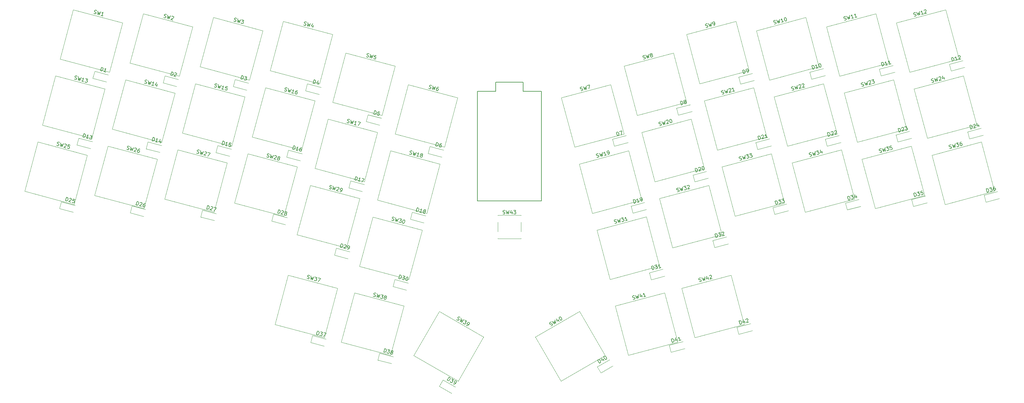
<source format=gto>
G04 #@! TF.GenerationSoftware,KiCad,Pcbnew,(5.1.12-1-10_14)*
G04 #@! TF.CreationDate,2022-10-16T17:34:36-04:00*
G04 #@! TF.ProjectId,ergo3by6plus3nonSplit,6572676f-3362-4793-9670-6c7573336e6f,rev?*
G04 #@! TF.SameCoordinates,Original*
G04 #@! TF.FileFunction,Legend,Top*
G04 #@! TF.FilePolarity,Positive*
%FSLAX46Y46*%
G04 Gerber Fmt 4.6, Leading zero omitted, Abs format (unit mm)*
G04 Created by KiCad (PCBNEW (5.1.12-1-10_14)) date 2022-10-16 17:34:36*
%MOMM*%
%LPD*%
G01*
G04 APERTURE LIST*
%ADD10C,0.120000*%
%ADD11C,0.150000*%
%ADD12R,1.550000X1.300000*%
%ADD13C,0.100000*%
%ADD14C,1.750000*%
%ADD15C,4.000000*%
%ADD16C,3.050000*%
G04 APERTURE END LIST*
D10*
X151010000Y-114170000D02*
X151010000Y-114200000D01*
X151010000Y-120630000D02*
X151010000Y-120600000D01*
X144550000Y-120630000D02*
X144550000Y-120600000D01*
X144550000Y-114200000D02*
X144550000Y-114170000D01*
X151010000Y-116100000D02*
X151010000Y-118700000D01*
X144550000Y-114170000D02*
X151010000Y-114170000D01*
X144550000Y-116100000D02*
X144550000Y-118700000D01*
X144550000Y-120630000D02*
X151010000Y-120630000D01*
X210967848Y-145296417D02*
X211485486Y-147228269D01*
X211485486Y-147228269D02*
X215252597Y-146218874D01*
X210967848Y-145296417D02*
X214734959Y-144287023D01*
X192157848Y-150316417D02*
X192675486Y-152248269D01*
X192675486Y-152248269D02*
X196442597Y-151238874D01*
X192157848Y-150316417D02*
X195924959Y-149307023D01*
X172141443Y-156298975D02*
X173141443Y-158031025D01*
X173141443Y-158031025D02*
X176518942Y-156081025D01*
X172141443Y-156298975D02*
X175518942Y-154348975D01*
X129311443Y-159958975D02*
X128311443Y-161691025D01*
X128311443Y-161691025D02*
X131688942Y-163641025D01*
X129311443Y-159958975D02*
X132688942Y-161908975D01*
X111725486Y-152461731D02*
X111207848Y-154393583D01*
X111207848Y-154393583D02*
X114974959Y-155402977D01*
X111725486Y-152461731D02*
X115492597Y-153471126D01*
X93075486Y-147581731D02*
X92557848Y-149513583D01*
X92557848Y-149513583D02*
X96324959Y-150522977D01*
X93075486Y-147581731D02*
X96842597Y-148591126D01*
X279587848Y-108566417D02*
X280105486Y-110498269D01*
X280105486Y-110498269D02*
X283872597Y-109488874D01*
X279587848Y-108566417D02*
X283354959Y-107557023D01*
X259477848Y-109766417D02*
X259995486Y-111698269D01*
X259995486Y-111698269D02*
X263762597Y-110688874D01*
X259477848Y-109766417D02*
X263244959Y-108757023D01*
X241057848Y-110716417D02*
X241575486Y-112648269D01*
X241575486Y-112648269D02*
X245342597Y-111638874D01*
X241057848Y-110716417D02*
X244824959Y-109707023D01*
X220957848Y-111976417D02*
X221475486Y-113908269D01*
X221475486Y-113908269D02*
X225242597Y-112898874D01*
X220957848Y-111976417D02*
X224724959Y-110967023D01*
X204277848Y-121146417D02*
X204795486Y-123078269D01*
X204795486Y-123078269D02*
X208562597Y-122068874D01*
X204277848Y-121146417D02*
X208044959Y-120137023D01*
X186617848Y-130126417D02*
X187135486Y-132058269D01*
X187135486Y-132058269D02*
X190902597Y-131048874D01*
X186617848Y-130126417D02*
X190384959Y-129117023D01*
X115925486Y-131991731D02*
X115407848Y-133923583D01*
X115407848Y-133923583D02*
X119174959Y-134932977D01*
X115925486Y-131991731D02*
X119692597Y-133001126D01*
X99665486Y-123291731D02*
X99147848Y-125223583D01*
X99147848Y-125223583D02*
X102914959Y-126232977D01*
X99665486Y-123291731D02*
X103432597Y-124301126D01*
X82265486Y-113821731D02*
X81747848Y-115753583D01*
X81747848Y-115753583D02*
X85514959Y-116762977D01*
X82265486Y-113821731D02*
X86032597Y-114831126D01*
X62555486Y-112671731D02*
X62037848Y-114603583D01*
X62037848Y-114603583D02*
X65804959Y-115612977D01*
X62555486Y-112671731D02*
X66322597Y-113681126D01*
X42955486Y-111521731D02*
X42437848Y-113453583D01*
X42437848Y-113453583D02*
X46204959Y-114462977D01*
X42955486Y-111521731D02*
X46722597Y-112531126D01*
X23345486Y-110371731D02*
X22827848Y-112303583D01*
X22827848Y-112303583D02*
X26594959Y-113312977D01*
X23345486Y-110371731D02*
X27112597Y-111381126D01*
X275027848Y-90936417D02*
X275545486Y-92868269D01*
X275545486Y-92868269D02*
X279312597Y-91858874D01*
X275027848Y-90936417D02*
X278794959Y-89927023D01*
X255127848Y-91806417D02*
X255645486Y-93738269D01*
X255645486Y-93738269D02*
X259412597Y-92728874D01*
X255127848Y-91806417D02*
X258894959Y-90797023D01*
X235517848Y-92966417D02*
X236035486Y-94898269D01*
X236035486Y-94898269D02*
X239802597Y-93888874D01*
X235517848Y-92966417D02*
X239284959Y-91957023D01*
X216197848Y-93926417D02*
X216715486Y-95858269D01*
X216715486Y-95858269D02*
X220482597Y-94848874D01*
X216197848Y-93926417D02*
X219964959Y-92917023D01*
X198717848Y-102916417D02*
X199235486Y-104848269D01*
X199235486Y-104848269D02*
X203002597Y-103838874D01*
X198717848Y-102916417D02*
X202484959Y-101907023D01*
X181527848Y-111606417D02*
X182045486Y-113538269D01*
X182045486Y-113538269D02*
X185812597Y-112528874D01*
X181527848Y-111606417D02*
X185294959Y-110597023D01*
X120765486Y-113281731D02*
X120247848Y-115213583D01*
X120247848Y-115213583D02*
X124014959Y-116222977D01*
X120765486Y-113281731D02*
X124532597Y-114291126D01*
X103665486Y-104601731D02*
X103147848Y-106533583D01*
X103147848Y-106533583D02*
X106914959Y-107542977D01*
X103665486Y-104601731D02*
X107432597Y-105611126D01*
X86425486Y-96021731D02*
X85907848Y-97953583D01*
X85907848Y-97953583D02*
X89674959Y-98962977D01*
X86425486Y-96021731D02*
X90192597Y-97031126D01*
X66775486Y-94731731D02*
X66257848Y-96663583D01*
X66257848Y-96663583D02*
X70024959Y-97672977D01*
X66775486Y-94731731D02*
X70542597Y-95741126D01*
X47385486Y-93701731D02*
X46867848Y-95633583D01*
X46867848Y-95633583D02*
X50634959Y-96642977D01*
X47385486Y-93701731D02*
X51152597Y-94711126D01*
X28165486Y-92671731D02*
X27647848Y-94603583D01*
X27647848Y-94603583D02*
X31414959Y-95612977D01*
X28165486Y-92671731D02*
X31932597Y-93681126D01*
X269907848Y-72096417D02*
X270425486Y-74028269D01*
X270425486Y-74028269D02*
X274192597Y-73018874D01*
X269907848Y-72096417D02*
X273674959Y-71087023D01*
X250487848Y-73456417D02*
X251005486Y-75388269D01*
X251005486Y-75388269D02*
X254772597Y-74378874D01*
X250487848Y-73456417D02*
X254254959Y-72447023D01*
X231177848Y-74316417D02*
X231695486Y-76248269D01*
X231695486Y-76248269D02*
X235462597Y-75238874D01*
X231177848Y-74316417D02*
X234944959Y-73307023D01*
X211467848Y-75676417D02*
X211985486Y-77608269D01*
X211985486Y-77608269D02*
X215752597Y-76598874D01*
X211467848Y-75676417D02*
X215234959Y-74667023D01*
X194177848Y-84366417D02*
X194695486Y-86298269D01*
X194695486Y-86298269D02*
X198462597Y-85288874D01*
X194177848Y-84366417D02*
X197944959Y-83357023D01*
X176407848Y-92966417D02*
X176925486Y-94898269D01*
X176925486Y-94898269D02*
X180692597Y-93888874D01*
X176407848Y-92966417D02*
X180174959Y-91957023D01*
X125715486Y-94991731D02*
X125197848Y-96923583D01*
X125197848Y-96923583D02*
X128964959Y-97932977D01*
X125715486Y-94991731D02*
X129482597Y-96001126D01*
X108475486Y-86151731D02*
X107957848Y-88083583D01*
X107957848Y-88083583D02*
X111724959Y-89092977D01*
X108475486Y-86151731D02*
X112242597Y-87161126D01*
X91655486Y-77571731D02*
X91137848Y-79503583D01*
X91137848Y-79503583D02*
X94904959Y-80512977D01*
X91655486Y-77571731D02*
X95422597Y-78581126D01*
X71575486Y-76371731D02*
X71057848Y-78303583D01*
X71057848Y-78303583D02*
X74824959Y-79312977D01*
X71575486Y-76371731D02*
X75342597Y-77381126D01*
X52085486Y-75341731D02*
X51567848Y-77273583D01*
X51567848Y-77273583D02*
X55334959Y-78282977D01*
X52085486Y-75341731D02*
X55852597Y-76351126D01*
X32595486Y-74071731D02*
X32077848Y-76003583D01*
X32077848Y-76003583D02*
X35844959Y-77012977D01*
X32595486Y-74071731D02*
X36362597Y-75081126D01*
X118445689Y-139404542D02*
X104729542Y-135729311D01*
X114770458Y-153120689D02*
X118445689Y-139404542D01*
X101054311Y-149445458D02*
X114770458Y-153120689D01*
X104729542Y-135729311D02*
X101054311Y-149445458D01*
X209290458Y-130794311D02*
X195574311Y-134469542D01*
X212965689Y-144510458D02*
X209290458Y-130794311D01*
X199249542Y-148185689D02*
X212965689Y-144510458D01*
X195574311Y-134469542D02*
X199249542Y-148185689D01*
X190870458Y-135724311D02*
X177154311Y-139399542D01*
X194545689Y-149440458D02*
X190870458Y-135724311D01*
X180829542Y-153115689D02*
X194545689Y-149440458D01*
X177154311Y-139399542D02*
X180829542Y-153115689D01*
X100045689Y-134469542D02*
X86329542Y-130794311D01*
X96370458Y-148185689D02*
X100045689Y-134469542D01*
X82654311Y-144510458D02*
X96370458Y-148185689D01*
X86329542Y-130794311D02*
X82654311Y-144510458D01*
X278800458Y-93764311D02*
X265084311Y-97439542D01*
X282475689Y-107480458D02*
X278800458Y-93764311D01*
X268759542Y-111155689D02*
X282475689Y-107480458D01*
X265084311Y-97439542D02*
X268759542Y-111155689D01*
X259380458Y-94874311D02*
X245664311Y-98549542D01*
X263055689Y-108590458D02*
X259380458Y-94874311D01*
X249339542Y-112265689D02*
X263055689Y-108590458D01*
X245664311Y-98549542D02*
X249339542Y-112265689D01*
X239960458Y-95934311D02*
X226244311Y-99609542D01*
X243635689Y-109650458D02*
X239960458Y-95934311D01*
X229919542Y-113325689D02*
X243635689Y-109650458D01*
X226244311Y-99609542D02*
X229919542Y-113325689D01*
X220495458Y-97004311D02*
X206779311Y-100679542D01*
X224170689Y-110720458D02*
X220495458Y-97004311D01*
X210454542Y-114395689D02*
X224170689Y-110720458D01*
X206779311Y-100679542D02*
X210454542Y-114395689D01*
X203145458Y-105794311D02*
X189429311Y-109469542D01*
X206820689Y-119510458D02*
X203145458Y-105794311D01*
X193104542Y-123185689D02*
X206820689Y-119510458D01*
X189429311Y-109469542D02*
X193104542Y-123185689D01*
X185790458Y-114584311D02*
X172074311Y-118259542D01*
X189465689Y-128300458D02*
X185790458Y-114584311D01*
X175749542Y-131975689D02*
X189465689Y-128300458D01*
X172074311Y-118259542D02*
X175749542Y-131975689D01*
X123545689Y-118279542D02*
X109829542Y-114604311D01*
X119870458Y-131995689D02*
X123545689Y-118279542D01*
X106154311Y-128320458D02*
X119870458Y-131995689D01*
X109829542Y-114604311D02*
X106154311Y-128320458D01*
X106175689Y-109489542D02*
X92459542Y-105814311D01*
X102500458Y-123205689D02*
X106175689Y-109489542D01*
X88784311Y-119530458D02*
X102500458Y-123205689D01*
X92459542Y-105814311D02*
X88784311Y-119530458D01*
X88820689Y-100679542D02*
X75104542Y-97004311D01*
X85145458Y-114395689D02*
X88820689Y-100679542D01*
X71429311Y-110720458D02*
X85145458Y-114395689D01*
X75104542Y-97004311D02*
X71429311Y-110720458D01*
X69385689Y-99609542D02*
X55669542Y-95934311D01*
X65710458Y-113325689D02*
X69385689Y-99609542D01*
X51994311Y-109650458D02*
X65710458Y-113325689D01*
X55669542Y-95934311D02*
X51994311Y-109650458D01*
X49955689Y-98549542D02*
X36239542Y-94874311D01*
X46280458Y-112265689D02*
X49955689Y-98549542D01*
X32564311Y-108590458D02*
X46280458Y-112265689D01*
X36239542Y-94874311D02*
X32564311Y-108590458D01*
X30520689Y-97429542D02*
X16804542Y-93754311D01*
X26845458Y-111145689D02*
X30520689Y-97429542D01*
X13129311Y-107470458D02*
X26845458Y-111145689D01*
X16804542Y-93754311D02*
X13129311Y-107470458D01*
X273880458Y-75354311D02*
X260164311Y-79029542D01*
X277555689Y-89070458D02*
X273880458Y-75354311D01*
X263839542Y-92745689D02*
X277555689Y-89070458D01*
X260164311Y-79029542D02*
X263839542Y-92745689D01*
X254420458Y-76429311D02*
X240704311Y-80104542D01*
X258095689Y-90145458D02*
X254420458Y-76429311D01*
X244379542Y-93820689D02*
X258095689Y-90145458D01*
X240704311Y-80104542D02*
X244379542Y-93820689D01*
X235020458Y-77529311D02*
X221304311Y-81204542D01*
X238695689Y-91245458D02*
X235020458Y-77529311D01*
X224979542Y-94920689D02*
X238695689Y-91245458D01*
X221304311Y-81204542D02*
X224979542Y-94920689D01*
X215570458Y-78629311D02*
X201854311Y-82304542D01*
X219245689Y-92345458D02*
X215570458Y-78629311D01*
X205529542Y-96020689D02*
X219245689Y-92345458D01*
X201854311Y-82304542D02*
X205529542Y-96020689D01*
X198220458Y-87404311D02*
X184504311Y-91079542D01*
X201895689Y-101120458D02*
X198220458Y-87404311D01*
X188179542Y-104795689D02*
X201895689Y-101120458D01*
X184504311Y-91079542D02*
X188179542Y-104795689D01*
X180850458Y-96194311D02*
X167134311Y-99869542D01*
X184525689Y-109910458D02*
X180850458Y-96194311D01*
X170809542Y-113585689D02*
X184525689Y-109910458D01*
X167134311Y-99869542D02*
X170809542Y-113585689D01*
X128475689Y-99869542D02*
X114759542Y-96194311D01*
X124800458Y-113585689D02*
X128475689Y-99869542D01*
X111084311Y-109910458D02*
X124800458Y-113585689D01*
X114759542Y-96194311D02*
X111084311Y-109910458D01*
X111120689Y-91079542D02*
X97404542Y-87404311D01*
X107445458Y-104795689D02*
X111120689Y-91079542D01*
X93729311Y-101120458D02*
X107445458Y-104795689D01*
X97404542Y-87404311D02*
X93729311Y-101120458D01*
X93745689Y-82304542D02*
X80029542Y-78629311D01*
X90070458Y-96020689D02*
X93745689Y-82304542D01*
X76354311Y-92345458D02*
X90070458Y-96020689D01*
X80029542Y-78629311D02*
X76354311Y-92345458D01*
X74295689Y-81204542D02*
X60579542Y-77529311D01*
X70620458Y-94920689D02*
X74295689Y-81204542D01*
X56904311Y-91245458D02*
X70620458Y-94920689D01*
X60579542Y-77529311D02*
X56904311Y-91245458D01*
X54878466Y-80149094D02*
X41162319Y-76473863D01*
X51203235Y-93865241D02*
X54878466Y-80149094D01*
X37487088Y-90190010D02*
X51203235Y-93865241D01*
X41162319Y-76473863D02*
X37487088Y-90190010D01*
X35445689Y-79029542D02*
X21729542Y-75354311D01*
X31770458Y-92745689D02*
X35445689Y-79029542D01*
X18054311Y-89070458D02*
X31770458Y-92745689D01*
X21729542Y-75354311D02*
X18054311Y-89070458D01*
X268945458Y-56954311D02*
X255229311Y-60629542D01*
X272620689Y-70670458D02*
X268945458Y-56954311D01*
X258904542Y-74345689D02*
X272620689Y-70670458D01*
X255229311Y-60629542D02*
X258904542Y-74345689D01*
X249545458Y-58054311D02*
X235829311Y-61729542D01*
X253220689Y-71770458D02*
X249545458Y-58054311D01*
X239504542Y-75445689D02*
X253220689Y-71770458D01*
X235829311Y-61729542D02*
X239504542Y-75445689D01*
X230070458Y-59129311D02*
X216354311Y-62804542D01*
X233745689Y-72845458D02*
X230070458Y-59129311D01*
X220029542Y-76520689D02*
X233745689Y-72845458D01*
X216354311Y-62804542D02*
X220029542Y-76520689D01*
X210645458Y-60204311D02*
X196929311Y-63879542D01*
X214320689Y-73920458D02*
X210645458Y-60204311D01*
X200604542Y-77595689D02*
X214320689Y-73920458D01*
X196929311Y-63879542D02*
X200604542Y-77595689D01*
X193290458Y-69004311D02*
X179574311Y-72679542D01*
X196965689Y-82720458D02*
X193290458Y-69004311D01*
X183249542Y-86395689D02*
X196965689Y-82720458D01*
X179574311Y-72679542D02*
X183249542Y-86395689D01*
X175920458Y-77794311D02*
X162204311Y-81469542D01*
X179595689Y-91510458D02*
X175920458Y-77794311D01*
X165879542Y-95185689D02*
X179595689Y-91510458D01*
X162204311Y-81469542D02*
X165879542Y-95185689D01*
X133395689Y-81479542D02*
X119679542Y-77804311D01*
X129720458Y-95195689D02*
X133395689Y-81479542D01*
X116004311Y-91520458D02*
X129720458Y-95195689D01*
X119679542Y-77804311D02*
X116004311Y-91520458D01*
X116045689Y-72679542D02*
X102329542Y-69004311D01*
X112370458Y-86395689D02*
X116045689Y-72679542D01*
X98654311Y-82720458D02*
X112370458Y-86395689D01*
X102329542Y-69004311D02*
X98654311Y-82720458D01*
X98670689Y-63879542D02*
X84954542Y-60204311D01*
X94995458Y-77595689D02*
X98670689Y-63879542D01*
X81279311Y-73920458D02*
X94995458Y-77595689D01*
X84954542Y-60204311D02*
X81279311Y-73920458D01*
X79245689Y-62804542D02*
X65529542Y-59129311D01*
X75570458Y-76520689D02*
X79245689Y-62804542D01*
X61854311Y-72845458D02*
X75570458Y-76520689D01*
X65529542Y-59129311D02*
X61854311Y-72845458D01*
X59795689Y-61754542D02*
X46079542Y-58079311D01*
X56120458Y-75470689D02*
X59795689Y-61754542D01*
X42404311Y-71795458D02*
X56120458Y-75470689D01*
X46079542Y-58079311D02*
X42404311Y-71795458D01*
X40368657Y-60628504D02*
X26652510Y-56953273D01*
X36693426Y-74344651D02*
X40368657Y-60628504D01*
X22977279Y-70669420D02*
X36693426Y-74344651D01*
X26652510Y-56953273D02*
X22977279Y-70669420D01*
X140618780Y-148001220D02*
X128321220Y-140901220D01*
X133518780Y-160298780D02*
X140618780Y-148001220D01*
X121221220Y-153198780D02*
X133518780Y-160298780D01*
X128321220Y-140901220D02*
X121221220Y-153198780D01*
X167278780Y-140901220D02*
X154981220Y-148001220D01*
X174378780Y-153198780D02*
X167278780Y-140901220D01*
X162081220Y-160298780D02*
X174378780Y-153198780D01*
X154981220Y-148001220D02*
X162081220Y-160298780D01*
D11*
X156690000Y-110160000D02*
X138910000Y-110160000D01*
X156690000Y-79680000D02*
X156690000Y-110160000D01*
X151610000Y-79680000D02*
X156690000Y-79680000D01*
X151610000Y-77140000D02*
X151610000Y-79680000D01*
X143990000Y-77140000D02*
X151610000Y-77140000D01*
X143990000Y-79680000D02*
X143990000Y-77140000D01*
X138910000Y-79680000D02*
X143990000Y-79680000D01*
X138910000Y-79680000D02*
X138910000Y-110160000D01*
X145970476Y-113754761D02*
X146113333Y-113802380D01*
X146351428Y-113802380D01*
X146446666Y-113754761D01*
X146494285Y-113707142D01*
X146541904Y-113611904D01*
X146541904Y-113516666D01*
X146494285Y-113421428D01*
X146446666Y-113373809D01*
X146351428Y-113326190D01*
X146160952Y-113278571D01*
X146065714Y-113230952D01*
X146018095Y-113183333D01*
X145970476Y-113088095D01*
X145970476Y-112992857D01*
X146018095Y-112897619D01*
X146065714Y-112850000D01*
X146160952Y-112802380D01*
X146399047Y-112802380D01*
X146541904Y-112850000D01*
X146875238Y-112802380D02*
X147113333Y-113802380D01*
X147303809Y-113088095D01*
X147494285Y-113802380D01*
X147732380Y-112802380D01*
X148541904Y-113135714D02*
X148541904Y-113802380D01*
X148303809Y-112754761D02*
X148065714Y-113469047D01*
X148684761Y-113469047D01*
X148970476Y-112802380D02*
X149589523Y-112802380D01*
X149256190Y-113183333D01*
X149399047Y-113183333D01*
X149494285Y-113230952D01*
X149541904Y-113278571D01*
X149589523Y-113373809D01*
X149589523Y-113611904D01*
X149541904Y-113707142D01*
X149494285Y-113754761D01*
X149399047Y-113802380D01*
X149113333Y-113802380D01*
X149018095Y-113754761D01*
X148970476Y-113707142D01*
X211826536Y-144499394D02*
X211567717Y-143533468D01*
X211797700Y-143471845D01*
X211948014Y-143480867D01*
X212064656Y-143548211D01*
X212135302Y-143627879D01*
X212230597Y-143799540D01*
X212267572Y-143937529D01*
X212270874Y-144133840D01*
X212249527Y-144238158D01*
X212182183Y-144354800D01*
X212056519Y-144437771D01*
X211826536Y-144499394D01*
X213033884Y-143485702D02*
X213206430Y-144129653D01*
X212705304Y-143179354D02*
X212660193Y-143930925D01*
X213258147Y-143770703D01*
X213432225Y-143132473D02*
X213465897Y-143074151D01*
X213545565Y-143003506D01*
X213775548Y-142941882D01*
X213879865Y-142963229D01*
X213938187Y-142996901D01*
X214008833Y-143076569D01*
X214033482Y-143168562D01*
X214024460Y-143318876D01*
X213620399Y-144018730D01*
X214218353Y-143858509D01*
X193016536Y-149519394D02*
X192757717Y-148553468D01*
X192987700Y-148491845D01*
X193138014Y-148500867D01*
X193254656Y-148568211D01*
X193325302Y-148647879D01*
X193420597Y-148819540D01*
X193457572Y-148957529D01*
X193460874Y-149153840D01*
X193439527Y-149258158D01*
X193372183Y-149374800D01*
X193246519Y-149457771D01*
X193016536Y-149519394D01*
X194223884Y-148505702D02*
X194396430Y-149149653D01*
X193895304Y-148199354D02*
X193850193Y-148950925D01*
X194448147Y-148790703D01*
X195408353Y-148878509D02*
X194856395Y-149026406D01*
X195132374Y-148952457D02*
X194873555Y-147986531D01*
X194818536Y-148149170D01*
X194751193Y-148265813D01*
X194671524Y-148336459D01*
X172764588Y-155306865D02*
X172264588Y-154440839D01*
X172470784Y-154321792D01*
X172618312Y-154291602D01*
X172748409Y-154326462D01*
X172837268Y-154385131D01*
X172973745Y-154526279D01*
X173045174Y-154649997D01*
X173099172Y-154838763D01*
X173105552Y-154945052D01*
X173070693Y-155075149D01*
X172970784Y-155187817D01*
X172764588Y-155306865D01*
X173668434Y-154015229D02*
X174001767Y-154592579D01*
X173271761Y-153804362D02*
X173422707Y-154541999D01*
X173958818Y-154232475D01*
X174120356Y-153369411D02*
X174202835Y-153321792D01*
X174309123Y-153315412D01*
X174374172Y-153332842D01*
X174463030Y-153391511D01*
X174599508Y-153532659D01*
X174718555Y-153738855D01*
X174772554Y-153927622D01*
X174778934Y-154033910D01*
X174761504Y-154098959D01*
X174702835Y-154187817D01*
X174620356Y-154235436D01*
X174514068Y-154241816D01*
X174449019Y-154224386D01*
X174360161Y-154165717D01*
X174223684Y-154024569D01*
X174104636Y-153818373D01*
X174050637Y-153629606D01*
X174044258Y-153523318D01*
X174061687Y-153458269D01*
X174120356Y-153369411D01*
X130482207Y-160002579D02*
X130982207Y-159136554D01*
X131188403Y-159255601D01*
X131288312Y-159368269D01*
X131323171Y-159498367D01*
X131316791Y-159604655D01*
X131262793Y-159793422D01*
X131191364Y-159917140D01*
X131054887Y-160058287D01*
X130966028Y-160116956D01*
X130835931Y-160151816D01*
X130688403Y-160121627D01*
X130482207Y-160002579D01*
X131765754Y-159588935D02*
X132301865Y-159898458D01*
X131822713Y-160061706D01*
X131946431Y-160133135D01*
X132005100Y-160221993D01*
X132022530Y-160287042D01*
X132016150Y-160393330D01*
X131897103Y-160599527D01*
X131808244Y-160658196D01*
X131743195Y-160675625D01*
X131636907Y-160669246D01*
X131389471Y-160526389D01*
X131330802Y-160437530D01*
X131313373Y-160372481D01*
X132214258Y-161002579D02*
X132379215Y-161097817D01*
X132485503Y-161104197D01*
X132550552Y-161086767D01*
X132704459Y-161010668D01*
X132840936Y-160869521D01*
X133031413Y-160539606D01*
X133037792Y-160433318D01*
X133020362Y-160368269D01*
X132961693Y-160279411D01*
X132796736Y-160184173D01*
X132690448Y-160177793D01*
X132625399Y-160195223D01*
X132536541Y-160253892D01*
X132417493Y-160460088D01*
X132411113Y-160566376D01*
X132428543Y-160631425D01*
X132487212Y-160720284D01*
X132652170Y-160815522D01*
X132758458Y-160821901D01*
X132823507Y-160804472D01*
X132912365Y-160745803D01*
X112867643Y-152200834D02*
X113126462Y-151234908D01*
X113356444Y-151296531D01*
X113482109Y-151379502D01*
X113549452Y-151496144D01*
X113570799Y-151600462D01*
X113567497Y-151796773D01*
X113530523Y-151934762D01*
X113435227Y-152106423D01*
X113364582Y-152186091D01*
X113247939Y-152253435D01*
X113097625Y-152262457D01*
X112867643Y-152200834D01*
X114000395Y-151469077D02*
X114598349Y-151629299D01*
X114177776Y-151910998D01*
X114315765Y-151947972D01*
X114395433Y-152018618D01*
X114429105Y-152076939D01*
X114450452Y-152181256D01*
X114388829Y-152411239D01*
X114318183Y-152490907D01*
X114259862Y-152524579D01*
X114155544Y-152545926D01*
X113879565Y-152471977D01*
X113799897Y-152401332D01*
X113766225Y-152343010D01*
X115039384Y-152191164D02*
X114959716Y-152120518D01*
X114926044Y-152062196D01*
X114904697Y-151957879D01*
X114917022Y-151911882D01*
X114987668Y-151832214D01*
X115045989Y-151798542D01*
X115150306Y-151777195D01*
X115334292Y-151826494D01*
X115413960Y-151897140D01*
X115447632Y-151955461D01*
X115468979Y-152059779D01*
X115456655Y-152105775D01*
X115386009Y-152185444D01*
X115327687Y-152219115D01*
X115223370Y-152240462D01*
X115039384Y-152191164D01*
X114935066Y-152212511D01*
X114876745Y-152246182D01*
X114806099Y-152325851D01*
X114756800Y-152509836D01*
X114778147Y-152614154D01*
X114811819Y-152672475D01*
X114891487Y-152743121D01*
X115075473Y-152792420D01*
X115179791Y-152771073D01*
X115238112Y-152737401D01*
X115308758Y-152657733D01*
X115358057Y-152473747D01*
X115336710Y-152369430D01*
X115303038Y-152311108D01*
X115223370Y-152240462D01*
X94217643Y-147320834D02*
X94476462Y-146354908D01*
X94706444Y-146416531D01*
X94832109Y-146499502D01*
X94899452Y-146616144D01*
X94920799Y-146720462D01*
X94917497Y-146916773D01*
X94880523Y-147054762D01*
X94785227Y-147226423D01*
X94714582Y-147306091D01*
X94597939Y-147373435D01*
X94447625Y-147382457D01*
X94217643Y-147320834D01*
X95350395Y-146589077D02*
X95948349Y-146749299D01*
X95527776Y-147030998D01*
X95665765Y-147067972D01*
X95745433Y-147138618D01*
X95779105Y-147196939D01*
X95800452Y-147301256D01*
X95738829Y-147531239D01*
X95668183Y-147610907D01*
X95609862Y-147644579D01*
X95505544Y-147665926D01*
X95229565Y-147591977D01*
X95149897Y-147521332D01*
X95116225Y-147463010D01*
X96270324Y-146835572D02*
X96914275Y-147008118D01*
X96241487Y-147863121D01*
X280446536Y-107769394D02*
X280187717Y-106803468D01*
X280417700Y-106741845D01*
X280568014Y-106750867D01*
X280684656Y-106818211D01*
X280755302Y-106897879D01*
X280850597Y-107069540D01*
X280887572Y-107207529D01*
X280890874Y-107403840D01*
X280869527Y-107508158D01*
X280802183Y-107624800D01*
X280676519Y-107707771D01*
X280446536Y-107769394D01*
X281061650Y-106569299D02*
X281659604Y-106409077D01*
X281436227Y-106863322D01*
X281574216Y-106826348D01*
X281678534Y-106847695D01*
X281736855Y-106881367D01*
X281807501Y-106961035D01*
X281869124Y-107191017D01*
X281847777Y-107295335D01*
X281814106Y-107353656D01*
X281734437Y-107424302D01*
X281458459Y-107498250D01*
X281354141Y-107476903D01*
X281295820Y-107443232D01*
X282487541Y-106187233D02*
X282303555Y-106236531D01*
X282223887Y-106307177D01*
X282190215Y-106365499D01*
X282135196Y-106528137D01*
X282138498Y-106724448D01*
X282237096Y-107092420D01*
X282307742Y-107172088D01*
X282366063Y-107205760D01*
X282470381Y-107227107D01*
X282654367Y-107177808D01*
X282734035Y-107107162D01*
X282767707Y-107048841D01*
X282789054Y-106944523D01*
X282727430Y-106714541D01*
X282656784Y-106634873D01*
X282598463Y-106601201D01*
X282494146Y-106579854D01*
X282310160Y-106629153D01*
X282230491Y-106699799D01*
X282196820Y-106758120D01*
X282175473Y-106862437D01*
X260336536Y-108969394D02*
X260077717Y-108003468D01*
X260307700Y-107941845D01*
X260458014Y-107950867D01*
X260574656Y-108018211D01*
X260645302Y-108097879D01*
X260740597Y-108269540D01*
X260777572Y-108407529D01*
X260780874Y-108603840D01*
X260759527Y-108708158D01*
X260692183Y-108824800D01*
X260566519Y-108907771D01*
X260336536Y-108969394D01*
X260951650Y-107769299D02*
X261549604Y-107609077D01*
X261326227Y-108063322D01*
X261464216Y-108026348D01*
X261568534Y-108047695D01*
X261626855Y-108081367D01*
X261697501Y-108161035D01*
X261759124Y-108391017D01*
X261737777Y-108495335D01*
X261704106Y-108553656D01*
X261624437Y-108624302D01*
X261348459Y-108698250D01*
X261244141Y-108676903D01*
X261185820Y-108643232D01*
X262423537Y-107374908D02*
X261963573Y-107498155D01*
X262040823Y-107970444D01*
X262074495Y-107912123D01*
X262154163Y-107841477D01*
X262384146Y-107779854D01*
X262488463Y-107801201D01*
X262546784Y-107834873D01*
X262617430Y-107914541D01*
X262679054Y-108144523D01*
X262657707Y-108248841D01*
X262624035Y-108307162D01*
X262544367Y-108377808D01*
X262314384Y-108439431D01*
X262210067Y-108418084D01*
X262151746Y-108384413D01*
X241916536Y-109919394D02*
X241657717Y-108953468D01*
X241887700Y-108891845D01*
X242038014Y-108900867D01*
X242154656Y-108968211D01*
X242225302Y-109047879D01*
X242320597Y-109219540D01*
X242357572Y-109357529D01*
X242360874Y-109553840D01*
X242339527Y-109658158D01*
X242272183Y-109774800D01*
X242146519Y-109857771D01*
X241916536Y-109919394D01*
X242531650Y-108719299D02*
X243129604Y-108559077D01*
X242906227Y-109013322D01*
X243044216Y-108976348D01*
X243148534Y-108997695D01*
X243206855Y-109031367D01*
X243277501Y-109111035D01*
X243339124Y-109341017D01*
X243317777Y-109445335D01*
X243284106Y-109503656D01*
X243204437Y-109574302D01*
X242928459Y-109648250D01*
X242824141Y-109626903D01*
X242765820Y-109593232D01*
X244043814Y-108659208D02*
X244216360Y-109303158D01*
X243715234Y-108352860D02*
X243670122Y-109104430D01*
X244268076Y-108944209D01*
X221816536Y-111179394D02*
X221557717Y-110213468D01*
X221787700Y-110151845D01*
X221938014Y-110160867D01*
X222054656Y-110228211D01*
X222125302Y-110307879D01*
X222220597Y-110479540D01*
X222257572Y-110617529D01*
X222260874Y-110813840D01*
X222239527Y-110918158D01*
X222172183Y-111034800D01*
X222046519Y-111117771D01*
X221816536Y-111179394D01*
X222431650Y-109979299D02*
X223029604Y-109819077D01*
X222806227Y-110273322D01*
X222944216Y-110236348D01*
X223048534Y-110257695D01*
X223106855Y-110291367D01*
X223177501Y-110371035D01*
X223239124Y-110601017D01*
X223217777Y-110705335D01*
X223184106Y-110763656D01*
X223104437Y-110834302D01*
X222828459Y-110908250D01*
X222724141Y-110886903D01*
X222665820Y-110853232D01*
X223351580Y-109732804D02*
X223949534Y-109572583D01*
X223726156Y-110026828D01*
X223864146Y-109989854D01*
X223968463Y-110011201D01*
X224026784Y-110044873D01*
X224097430Y-110124541D01*
X224159054Y-110354523D01*
X224137707Y-110458841D01*
X224104035Y-110517162D01*
X224024367Y-110587808D01*
X223748388Y-110661756D01*
X223644070Y-110640409D01*
X223585749Y-110606737D01*
X205136536Y-120349394D02*
X204877717Y-119383468D01*
X205107700Y-119321845D01*
X205258014Y-119330867D01*
X205374656Y-119398211D01*
X205445302Y-119477879D01*
X205540597Y-119649540D01*
X205577572Y-119787529D01*
X205580874Y-119983840D01*
X205559527Y-120088158D01*
X205492183Y-120204800D01*
X205366519Y-120287771D01*
X205136536Y-120349394D01*
X205751650Y-119149299D02*
X206349604Y-118989077D01*
X206126227Y-119443322D01*
X206264216Y-119406348D01*
X206368534Y-119427695D01*
X206426855Y-119461367D01*
X206497501Y-119541035D01*
X206559124Y-119771017D01*
X206537777Y-119875335D01*
X206504106Y-119933656D01*
X206424437Y-120004302D01*
X206148459Y-120078250D01*
X206044141Y-120056903D01*
X205985820Y-120023232D01*
X206742225Y-118982473D02*
X206775897Y-118924151D01*
X206855565Y-118853506D01*
X207085548Y-118791882D01*
X207189865Y-118813229D01*
X207248187Y-118846901D01*
X207318833Y-118926569D01*
X207343482Y-119018562D01*
X207334460Y-119168876D01*
X206930399Y-119868730D01*
X207528353Y-119708509D01*
X187476536Y-129329394D02*
X187217717Y-128363468D01*
X187447700Y-128301845D01*
X187598014Y-128310867D01*
X187714656Y-128378211D01*
X187785302Y-128457879D01*
X187880597Y-128629540D01*
X187917572Y-128767529D01*
X187920874Y-128963840D01*
X187899527Y-129068158D01*
X187832183Y-129184800D01*
X187706519Y-129267771D01*
X187476536Y-129329394D01*
X188091650Y-128129299D02*
X188689604Y-127969077D01*
X188466227Y-128423322D01*
X188604216Y-128386348D01*
X188708534Y-128407695D01*
X188766855Y-128441367D01*
X188837501Y-128521035D01*
X188899124Y-128751017D01*
X188877777Y-128855335D01*
X188844106Y-128913656D01*
X188764437Y-128984302D01*
X188488459Y-129058250D01*
X188384141Y-129036903D01*
X188325820Y-129003232D01*
X189868353Y-128688509D02*
X189316395Y-128836406D01*
X189592374Y-128762457D02*
X189333555Y-127796531D01*
X189278536Y-127959170D01*
X189211193Y-128075813D01*
X189131524Y-128146459D01*
X117067643Y-131730834D02*
X117326462Y-130764908D01*
X117556444Y-130826531D01*
X117682109Y-130909502D01*
X117749452Y-131026144D01*
X117770799Y-131130462D01*
X117767497Y-131326773D01*
X117730523Y-131464762D01*
X117635227Y-131636423D01*
X117564582Y-131716091D01*
X117447939Y-131783435D01*
X117297625Y-131792457D01*
X117067643Y-131730834D01*
X118200395Y-130999077D02*
X118798349Y-131159299D01*
X118377776Y-131440998D01*
X118515765Y-131477972D01*
X118595433Y-131548618D01*
X118629105Y-131606939D01*
X118650452Y-131711256D01*
X118588829Y-131941239D01*
X118518183Y-132020907D01*
X118459862Y-132054579D01*
X118355544Y-132075926D01*
X118079565Y-132001977D01*
X117999897Y-131931332D01*
X117966225Y-131873010D01*
X119396303Y-131319520D02*
X119488296Y-131344170D01*
X119567964Y-131414815D01*
X119601636Y-131473137D01*
X119622983Y-131577454D01*
X119619680Y-131773765D01*
X119558057Y-132003747D01*
X119462761Y-132175408D01*
X119392116Y-132255077D01*
X119333794Y-132288748D01*
X119229477Y-132310095D01*
X119137484Y-132285446D01*
X119057816Y-132214800D01*
X119024144Y-132156479D01*
X119002797Y-132052161D01*
X119006099Y-131855851D01*
X119067723Y-131625868D01*
X119163018Y-131454207D01*
X119233664Y-131374539D01*
X119291985Y-131340867D01*
X119396303Y-131319520D01*
X100807643Y-123030834D02*
X101066462Y-122064908D01*
X101296444Y-122126531D01*
X101422109Y-122209502D01*
X101489452Y-122326144D01*
X101510799Y-122430462D01*
X101507497Y-122626773D01*
X101470523Y-122764762D01*
X101375227Y-122936423D01*
X101304582Y-123016091D01*
X101187939Y-123083435D01*
X101037625Y-123092457D01*
X100807643Y-123030834D01*
X101961742Y-122403395D02*
X102020063Y-122369723D01*
X102124381Y-122348376D01*
X102354363Y-122410000D01*
X102434031Y-122480646D01*
X102467703Y-122538967D01*
X102489050Y-122643285D01*
X102464400Y-122735278D01*
X102381430Y-122860942D01*
X101681576Y-123265003D01*
X102279530Y-123425225D01*
X102739494Y-123548472D02*
X102923480Y-123597771D01*
X103027798Y-123576424D01*
X103086119Y-123542752D01*
X103215086Y-123429412D01*
X103310382Y-123257751D01*
X103408979Y-122889779D01*
X103387632Y-122785461D01*
X103353960Y-122727140D01*
X103274292Y-122656494D01*
X103090306Y-122607195D01*
X102985989Y-122628542D01*
X102927668Y-122662214D01*
X102857022Y-122741882D01*
X102795398Y-122971865D01*
X102816745Y-123076182D01*
X102850417Y-123134504D01*
X102930085Y-123205149D01*
X103114071Y-123254448D01*
X103218389Y-123233101D01*
X103276710Y-123199430D01*
X103347356Y-123119761D01*
X83407643Y-113560834D02*
X83666462Y-112594908D01*
X83896444Y-112656531D01*
X84022109Y-112739502D01*
X84089452Y-112856144D01*
X84110799Y-112960462D01*
X84107497Y-113156773D01*
X84070523Y-113294762D01*
X83975227Y-113466423D01*
X83904582Y-113546091D01*
X83787939Y-113613435D01*
X83637625Y-113622457D01*
X83407643Y-113560834D01*
X84561742Y-112933395D02*
X84620063Y-112899723D01*
X84724381Y-112878376D01*
X84954363Y-112940000D01*
X85034031Y-113010646D01*
X85067703Y-113068967D01*
X85089050Y-113173285D01*
X85064400Y-113265278D01*
X84981430Y-113390942D01*
X84281576Y-113795003D01*
X84879530Y-113955225D01*
X85579384Y-113551164D02*
X85499716Y-113480518D01*
X85466044Y-113422196D01*
X85444697Y-113317879D01*
X85457022Y-113271882D01*
X85527668Y-113192214D01*
X85585989Y-113158542D01*
X85690306Y-113137195D01*
X85874292Y-113186494D01*
X85953960Y-113257140D01*
X85987632Y-113315461D01*
X86008979Y-113419779D01*
X85996655Y-113465775D01*
X85926009Y-113545444D01*
X85867687Y-113579115D01*
X85763370Y-113600462D01*
X85579384Y-113551164D01*
X85475066Y-113572511D01*
X85416745Y-113606182D01*
X85346099Y-113685851D01*
X85296800Y-113869836D01*
X85318147Y-113974154D01*
X85351819Y-114032475D01*
X85431487Y-114103121D01*
X85615473Y-114152420D01*
X85719791Y-114131073D01*
X85778112Y-114097401D01*
X85848758Y-114017733D01*
X85898057Y-113833747D01*
X85876710Y-113729430D01*
X85843038Y-113671108D01*
X85763370Y-113600462D01*
X63697643Y-112410834D02*
X63956462Y-111444908D01*
X64186444Y-111506531D01*
X64312109Y-111589502D01*
X64379452Y-111706144D01*
X64400799Y-111810462D01*
X64397497Y-112006773D01*
X64360523Y-112144762D01*
X64265227Y-112316423D01*
X64194582Y-112396091D01*
X64077939Y-112463435D01*
X63927625Y-112472457D01*
X63697643Y-112410834D01*
X64851742Y-111783395D02*
X64910063Y-111749723D01*
X65014381Y-111728376D01*
X65244363Y-111790000D01*
X65324031Y-111860646D01*
X65357703Y-111918967D01*
X65379050Y-112023285D01*
X65354400Y-112115278D01*
X65271430Y-112240942D01*
X64571576Y-112645003D01*
X65169530Y-112805225D01*
X65750324Y-111925572D02*
X66394275Y-112098118D01*
X65721487Y-112953121D01*
X44097643Y-111260834D02*
X44356462Y-110294908D01*
X44586444Y-110356531D01*
X44712109Y-110439502D01*
X44779452Y-110556144D01*
X44800799Y-110660462D01*
X44797497Y-110856773D01*
X44760523Y-110994762D01*
X44665227Y-111166423D01*
X44594582Y-111246091D01*
X44477939Y-111313435D01*
X44327625Y-111322457D01*
X44097643Y-111260834D01*
X45251742Y-110633395D02*
X45310063Y-110599723D01*
X45414381Y-110578376D01*
X45644363Y-110640000D01*
X45724031Y-110710646D01*
X45757703Y-110768967D01*
X45779050Y-110873285D01*
X45754400Y-110965278D01*
X45671430Y-111090942D01*
X44971576Y-111495003D01*
X45569530Y-111655225D01*
X46656285Y-110911144D02*
X46472299Y-110861845D01*
X46367982Y-110883192D01*
X46309660Y-110916864D01*
X46180693Y-111030204D01*
X46085398Y-111201865D01*
X45986800Y-111569836D01*
X46008147Y-111674154D01*
X46041819Y-111732475D01*
X46121487Y-111803121D01*
X46305473Y-111852420D01*
X46409791Y-111831073D01*
X46468112Y-111797401D01*
X46538758Y-111717733D01*
X46600382Y-111487751D01*
X46579035Y-111383433D01*
X46545363Y-111325112D01*
X46465695Y-111254466D01*
X46281709Y-111205167D01*
X46177391Y-111226514D01*
X46119070Y-111260186D01*
X46048424Y-111339854D01*
X24487643Y-110110834D02*
X24746462Y-109144908D01*
X24976444Y-109206531D01*
X25102109Y-109289502D01*
X25169452Y-109406144D01*
X25190799Y-109510462D01*
X25187497Y-109706773D01*
X25150523Y-109844762D01*
X25055227Y-110016423D01*
X24984582Y-110096091D01*
X24867939Y-110163435D01*
X24717625Y-110172457D01*
X24487643Y-110110834D01*
X25641742Y-109483395D02*
X25700063Y-109449723D01*
X25804381Y-109428376D01*
X26034363Y-109490000D01*
X26114031Y-109560646D01*
X26147703Y-109618967D01*
X26169050Y-109723285D01*
X26144400Y-109815278D01*
X26061430Y-109940942D01*
X25361576Y-110345003D01*
X25959530Y-110505225D01*
X27092282Y-109773468D02*
X26632317Y-109650221D01*
X26463073Y-110097861D01*
X26521395Y-110064189D01*
X26625712Y-110042842D01*
X26855695Y-110104466D01*
X26935363Y-110175112D01*
X26969035Y-110233433D01*
X26990382Y-110337751D01*
X26928758Y-110567733D01*
X26858112Y-110647401D01*
X26799791Y-110681073D01*
X26695473Y-110702420D01*
X26465491Y-110640796D01*
X26385823Y-110570151D01*
X26352151Y-110511829D01*
X275886536Y-90139394D02*
X275627717Y-89173468D01*
X275857700Y-89111845D01*
X276008014Y-89120867D01*
X276124656Y-89188211D01*
X276195302Y-89267879D01*
X276290597Y-89439540D01*
X276327572Y-89577529D01*
X276330874Y-89773840D01*
X276309527Y-89878158D01*
X276242183Y-89994800D01*
X276116519Y-90077771D01*
X275886536Y-90139394D01*
X276572296Y-89018967D02*
X276605968Y-88960646D01*
X276685636Y-88890000D01*
X276915618Y-88828376D01*
X277019936Y-88849723D01*
X277078257Y-88883395D01*
X277148903Y-88963063D01*
X277173553Y-89055056D01*
X277164530Y-89205370D01*
X276760469Y-89905225D01*
X277358423Y-89745003D01*
X278013814Y-88879208D02*
X278186360Y-89523158D01*
X277685234Y-88572860D02*
X277640122Y-89324430D01*
X278238076Y-89164209D01*
X255986536Y-91009394D02*
X255727717Y-90043468D01*
X255957700Y-89981845D01*
X256108014Y-89990867D01*
X256224656Y-90058211D01*
X256295302Y-90137879D01*
X256390597Y-90309540D01*
X256427572Y-90447529D01*
X256430874Y-90643840D01*
X256409527Y-90748158D01*
X256342183Y-90864800D01*
X256216519Y-90947771D01*
X255986536Y-91009394D01*
X256672296Y-89888967D02*
X256705968Y-89830646D01*
X256785636Y-89760000D01*
X257015618Y-89698376D01*
X257119936Y-89719723D01*
X257178257Y-89753395D01*
X257248903Y-89833063D01*
X257273553Y-89925056D01*
X257264530Y-90075370D01*
X256860469Y-90775225D01*
X257458423Y-90615003D01*
X257521580Y-89562804D02*
X258119534Y-89402583D01*
X257896156Y-89856828D01*
X258034146Y-89819854D01*
X258138463Y-89841201D01*
X258196784Y-89874873D01*
X258267430Y-89954541D01*
X258329054Y-90184523D01*
X258307707Y-90288841D01*
X258274035Y-90347162D01*
X258194367Y-90417808D01*
X257918388Y-90491756D01*
X257814070Y-90470409D01*
X257755749Y-90436737D01*
X236376536Y-92169394D02*
X236117717Y-91203468D01*
X236347700Y-91141845D01*
X236498014Y-91150867D01*
X236614656Y-91218211D01*
X236685302Y-91297879D01*
X236780597Y-91469540D01*
X236817572Y-91607529D01*
X236820874Y-91803840D01*
X236799527Y-91908158D01*
X236732183Y-92024800D01*
X236606519Y-92107771D01*
X236376536Y-92169394D01*
X237062296Y-91048967D02*
X237095968Y-90990646D01*
X237175636Y-90920000D01*
X237405618Y-90858376D01*
X237509936Y-90879723D01*
X237568257Y-90913395D01*
X237638903Y-90993063D01*
X237663553Y-91085056D01*
X237654530Y-91235370D01*
X237250469Y-91935225D01*
X237848423Y-91775003D01*
X237982225Y-90802473D02*
X238015897Y-90744151D01*
X238095565Y-90673506D01*
X238325548Y-90611882D01*
X238429865Y-90633229D01*
X238488187Y-90666901D01*
X238558833Y-90746569D01*
X238583482Y-90838562D01*
X238574460Y-90988876D01*
X238170399Y-91688730D01*
X238768353Y-91528509D01*
X217056536Y-93129394D02*
X216797717Y-92163468D01*
X217027700Y-92101845D01*
X217178014Y-92110867D01*
X217294656Y-92178211D01*
X217365302Y-92257879D01*
X217460597Y-92429540D01*
X217497572Y-92567529D01*
X217500874Y-92763840D01*
X217479527Y-92868158D01*
X217412183Y-92984800D01*
X217286519Y-93067771D01*
X217056536Y-93129394D01*
X217742296Y-92008967D02*
X217775968Y-91950646D01*
X217855636Y-91880000D01*
X218085618Y-91818376D01*
X218189936Y-91839723D01*
X218248257Y-91873395D01*
X218318903Y-91953063D01*
X218343553Y-92045056D01*
X218334530Y-92195370D01*
X217930469Y-92895225D01*
X218528423Y-92735003D01*
X219448353Y-92488509D02*
X218896395Y-92636406D01*
X219172374Y-92562457D02*
X218913555Y-91596531D01*
X218858536Y-91759170D01*
X218791193Y-91875813D01*
X218711524Y-91946459D01*
X199576536Y-102119394D02*
X199317717Y-101153468D01*
X199547700Y-101091845D01*
X199698014Y-101100867D01*
X199814656Y-101168211D01*
X199885302Y-101247879D01*
X199980597Y-101419540D01*
X200017572Y-101557529D01*
X200020874Y-101753840D01*
X199999527Y-101858158D01*
X199932183Y-101974800D01*
X199806519Y-102057771D01*
X199576536Y-102119394D01*
X200262296Y-100998967D02*
X200295968Y-100940646D01*
X200375636Y-100870000D01*
X200605618Y-100808376D01*
X200709936Y-100829723D01*
X200768257Y-100863395D01*
X200838903Y-100943063D01*
X200863553Y-101035056D01*
X200854530Y-101185370D01*
X200450469Y-101885225D01*
X201048423Y-101725003D01*
X201387558Y-100598856D02*
X201479551Y-100574207D01*
X201583869Y-100595554D01*
X201642190Y-100629226D01*
X201712836Y-100708894D01*
X201808131Y-100880555D01*
X201869755Y-101110537D01*
X201873057Y-101306848D01*
X201851710Y-101411165D01*
X201818039Y-101469487D01*
X201738370Y-101540133D01*
X201646377Y-101564782D01*
X201542060Y-101543435D01*
X201483739Y-101509763D01*
X201413093Y-101430095D01*
X201317797Y-101258434D01*
X201256174Y-101028451D01*
X201252871Y-100832141D01*
X201274218Y-100727823D01*
X201307890Y-100669502D01*
X201387558Y-100598856D01*
X182386536Y-110809394D02*
X182127717Y-109843468D01*
X182357700Y-109781845D01*
X182508014Y-109790867D01*
X182624656Y-109858211D01*
X182695302Y-109937879D01*
X182790597Y-110109540D01*
X182827572Y-110247529D01*
X182830874Y-110443840D01*
X182809527Y-110548158D01*
X182742183Y-110664800D01*
X182616519Y-110747771D01*
X182386536Y-110809394D01*
X183858423Y-110415003D02*
X183306466Y-110562900D01*
X183582445Y-110488952D02*
X183323625Y-109523026D01*
X183268607Y-109685665D01*
X183201263Y-109802307D01*
X183121595Y-109872953D01*
X184318388Y-110291756D02*
X184502374Y-110242457D01*
X184582042Y-110171811D01*
X184615714Y-110113490D01*
X184670733Y-109950851D01*
X184667430Y-109754541D01*
X184568833Y-109386569D01*
X184498187Y-109306901D01*
X184439865Y-109273229D01*
X184335548Y-109251882D01*
X184151562Y-109301181D01*
X184071894Y-109371827D01*
X184038222Y-109430148D01*
X184016875Y-109534466D01*
X184078498Y-109764448D01*
X184149144Y-109844116D01*
X184207466Y-109877788D01*
X184311783Y-109899135D01*
X184495769Y-109849836D01*
X184575437Y-109779190D01*
X184609109Y-109720869D01*
X184630456Y-109616551D01*
X121907643Y-113020834D02*
X122166462Y-112054908D01*
X122396444Y-112116531D01*
X122522109Y-112199502D01*
X122589452Y-112316144D01*
X122610799Y-112420462D01*
X122607497Y-112616773D01*
X122570523Y-112754762D01*
X122475227Y-112926423D01*
X122404582Y-113006091D01*
X122287939Y-113073435D01*
X122137625Y-113082457D01*
X121907643Y-113020834D01*
X123379530Y-113415225D02*
X122827572Y-113267328D01*
X123103551Y-113341276D02*
X123362370Y-112375350D01*
X123233403Y-112488690D01*
X123116761Y-112556034D01*
X123012443Y-112577381D01*
X124079384Y-113011164D02*
X123999716Y-112940518D01*
X123966044Y-112882196D01*
X123944697Y-112777879D01*
X123957022Y-112731882D01*
X124027668Y-112652214D01*
X124085989Y-112618542D01*
X124190306Y-112597195D01*
X124374292Y-112646494D01*
X124453960Y-112717140D01*
X124487632Y-112775461D01*
X124508979Y-112879779D01*
X124496655Y-112925775D01*
X124426009Y-113005444D01*
X124367687Y-113039115D01*
X124263370Y-113060462D01*
X124079384Y-113011164D01*
X123975066Y-113032511D01*
X123916745Y-113066182D01*
X123846099Y-113145851D01*
X123796800Y-113329836D01*
X123818147Y-113434154D01*
X123851819Y-113492475D01*
X123931487Y-113563121D01*
X124115473Y-113612420D01*
X124219791Y-113591073D01*
X124278112Y-113557401D01*
X124348758Y-113477733D01*
X124398057Y-113293747D01*
X124376710Y-113189430D01*
X124343038Y-113131108D01*
X124263370Y-113060462D01*
X104807643Y-104340834D02*
X105066462Y-103374908D01*
X105296444Y-103436531D01*
X105422109Y-103519502D01*
X105489452Y-103636144D01*
X105510799Y-103740462D01*
X105507497Y-103936773D01*
X105470523Y-104074762D01*
X105375227Y-104246423D01*
X105304582Y-104326091D01*
X105187939Y-104393435D01*
X105037625Y-104402457D01*
X104807643Y-104340834D01*
X106279530Y-104735225D02*
X105727572Y-104587328D01*
X106003551Y-104661276D02*
X106262370Y-103695350D01*
X106133403Y-103808690D01*
X106016761Y-103876034D01*
X105912443Y-103897381D01*
X106860324Y-103855572D02*
X107504275Y-104028118D01*
X106831487Y-104883121D01*
X87567643Y-95760834D02*
X87826462Y-94794908D01*
X88056444Y-94856531D01*
X88182109Y-94939502D01*
X88249452Y-95056144D01*
X88270799Y-95160462D01*
X88267497Y-95356773D01*
X88230523Y-95494762D01*
X88135227Y-95666423D01*
X88064582Y-95746091D01*
X87947939Y-95813435D01*
X87797625Y-95822457D01*
X87567643Y-95760834D01*
X89039530Y-96155225D02*
X88487572Y-96007328D01*
X88763551Y-96081276D02*
X89022370Y-95115350D01*
X88893403Y-95228690D01*
X88776761Y-95296034D01*
X88672443Y-95317381D01*
X90126285Y-95411144D02*
X89942299Y-95361845D01*
X89837982Y-95383192D01*
X89779660Y-95416864D01*
X89650693Y-95530204D01*
X89555398Y-95701865D01*
X89456800Y-96069836D01*
X89478147Y-96174154D01*
X89511819Y-96232475D01*
X89591487Y-96303121D01*
X89775473Y-96352420D01*
X89879791Y-96331073D01*
X89938112Y-96297401D01*
X90008758Y-96217733D01*
X90070382Y-95987751D01*
X90049035Y-95883433D01*
X90015363Y-95825112D01*
X89935695Y-95754466D01*
X89751709Y-95705167D01*
X89647391Y-95726514D01*
X89589070Y-95760186D01*
X89518424Y-95839854D01*
X67917643Y-94470834D02*
X68176462Y-93504908D01*
X68406444Y-93566531D01*
X68532109Y-93649502D01*
X68599452Y-93766144D01*
X68620799Y-93870462D01*
X68617497Y-94066773D01*
X68580523Y-94204762D01*
X68485227Y-94376423D01*
X68414582Y-94456091D01*
X68297939Y-94523435D01*
X68147625Y-94532457D01*
X67917643Y-94470834D01*
X69389530Y-94865225D02*
X68837572Y-94717328D01*
X69113551Y-94791276D02*
X69372370Y-93825350D01*
X69243403Y-93938690D01*
X69126761Y-94006034D01*
X69022443Y-94027381D01*
X70522282Y-94133468D02*
X70062317Y-94010221D01*
X69893073Y-94457861D01*
X69951395Y-94424189D01*
X70055712Y-94402842D01*
X70285695Y-94464466D01*
X70365363Y-94535112D01*
X70399035Y-94593433D01*
X70420382Y-94697751D01*
X70358758Y-94927733D01*
X70288112Y-95007401D01*
X70229791Y-95041073D01*
X70125473Y-95062420D01*
X69895491Y-95000796D01*
X69815823Y-94930151D01*
X69782151Y-94871829D01*
X48527643Y-93440834D02*
X48786462Y-92474908D01*
X49016444Y-92536531D01*
X49142109Y-92619502D01*
X49209452Y-92736144D01*
X49230799Y-92840462D01*
X49227497Y-93036773D01*
X49190523Y-93174762D01*
X49095227Y-93346423D01*
X49024582Y-93426091D01*
X48907939Y-93493435D01*
X48757625Y-93502457D01*
X48527643Y-93440834D01*
X49999530Y-93835225D02*
X49447572Y-93687328D01*
X49723551Y-93761276D02*
X49982370Y-92795350D01*
X49853403Y-92908690D01*
X49736761Y-92976034D01*
X49632443Y-92997381D01*
X51000012Y-93413119D02*
X50827466Y-94057069D01*
X50868628Y-92983524D02*
X50453774Y-93611847D01*
X51051729Y-93772068D01*
X29307643Y-92410834D02*
X29566462Y-91444908D01*
X29796444Y-91506531D01*
X29922109Y-91589502D01*
X29989452Y-91706144D01*
X30010799Y-91810462D01*
X30007497Y-92006773D01*
X29970523Y-92144762D01*
X29875227Y-92316423D01*
X29804582Y-92396091D01*
X29687939Y-92463435D01*
X29537625Y-92472457D01*
X29307643Y-92410834D01*
X30779530Y-92805225D02*
X30227572Y-92657328D01*
X30503551Y-92731276D02*
X30762370Y-91765350D01*
X30633403Y-91878690D01*
X30516761Y-91946034D01*
X30412443Y-91967381D01*
X31360324Y-91925572D02*
X31958278Y-92085793D01*
X31537705Y-92367492D01*
X31675695Y-92404466D01*
X31755363Y-92475112D01*
X31789035Y-92533433D01*
X31810382Y-92637751D01*
X31748758Y-92867733D01*
X31678112Y-92947401D01*
X31619791Y-92981073D01*
X31515473Y-93002420D01*
X31239494Y-92928472D01*
X31159826Y-92857826D01*
X31126154Y-92799505D01*
X270766536Y-71299394D02*
X270507717Y-70333468D01*
X270737700Y-70271845D01*
X270888014Y-70280867D01*
X271004656Y-70348211D01*
X271075302Y-70427879D01*
X271170597Y-70599540D01*
X271207572Y-70737529D01*
X271210874Y-70933840D01*
X271189527Y-71038158D01*
X271122183Y-71154800D01*
X270996519Y-71237771D01*
X270766536Y-71299394D01*
X272238423Y-70905003D02*
X271686466Y-71052900D01*
X271962445Y-70978952D02*
X271703625Y-70013026D01*
X271648607Y-70175665D01*
X271581263Y-70292307D01*
X271501595Y-70362953D01*
X272372225Y-69932473D02*
X272405897Y-69874151D01*
X272485565Y-69803506D01*
X272715548Y-69741882D01*
X272819865Y-69763229D01*
X272878187Y-69796901D01*
X272948833Y-69876569D01*
X272973482Y-69968562D01*
X272964460Y-70118876D01*
X272560399Y-70818730D01*
X273158353Y-70658509D01*
X251346536Y-72659394D02*
X251087717Y-71693468D01*
X251317700Y-71631845D01*
X251468014Y-71640867D01*
X251584656Y-71708211D01*
X251655302Y-71787879D01*
X251750597Y-71959540D01*
X251787572Y-72097529D01*
X251790874Y-72293840D01*
X251769527Y-72398158D01*
X251702183Y-72514800D01*
X251576519Y-72597771D01*
X251346536Y-72659394D01*
X252818423Y-72265003D02*
X252266466Y-72412900D01*
X252542445Y-72338952D02*
X252283625Y-71373026D01*
X252228607Y-71535665D01*
X252161263Y-71652307D01*
X252081595Y-71722953D01*
X253738353Y-72018509D02*
X253186395Y-72166406D01*
X253462374Y-72092457D02*
X253203555Y-71126531D01*
X253148536Y-71289170D01*
X253081193Y-71405813D01*
X253001524Y-71476459D01*
X232036536Y-73519394D02*
X231777717Y-72553468D01*
X232007700Y-72491845D01*
X232158014Y-72500867D01*
X232274656Y-72568211D01*
X232345302Y-72647879D01*
X232440597Y-72819540D01*
X232477572Y-72957529D01*
X232480874Y-73153840D01*
X232459527Y-73258158D01*
X232392183Y-73374800D01*
X232266519Y-73457771D01*
X232036536Y-73519394D01*
X233508423Y-73125003D02*
X232956466Y-73272900D01*
X233232445Y-73198952D02*
X232973625Y-72233026D01*
X232918607Y-72395665D01*
X232851263Y-72512307D01*
X232771595Y-72582953D01*
X233847558Y-71998856D02*
X233939551Y-71974207D01*
X234043869Y-71995554D01*
X234102190Y-72029226D01*
X234172836Y-72108894D01*
X234268131Y-72280555D01*
X234329755Y-72510537D01*
X234333057Y-72706848D01*
X234311710Y-72811165D01*
X234278039Y-72869487D01*
X234198370Y-72940133D01*
X234106377Y-72964782D01*
X234002060Y-72943435D01*
X233943739Y-72909763D01*
X233873093Y-72830095D01*
X233777797Y-72658434D01*
X233716174Y-72428451D01*
X233712871Y-72232141D01*
X233734218Y-72127823D01*
X233767890Y-72069502D01*
X233847558Y-71998856D01*
X212786501Y-74756147D02*
X212527682Y-73790221D01*
X212757664Y-73728598D01*
X212907978Y-73737620D01*
X213024621Y-73804963D01*
X213095267Y-73884632D01*
X213190562Y-74056293D01*
X213227536Y-74194282D01*
X213230839Y-74390593D01*
X213209492Y-74494910D01*
X213142148Y-74611553D01*
X213016483Y-74694523D01*
X212786501Y-74756147D01*
X213798423Y-74485003D02*
X213982409Y-74435704D01*
X214062077Y-74365059D01*
X214095749Y-74306737D01*
X214150768Y-74144099D01*
X214147466Y-73947788D01*
X214048868Y-73579816D01*
X213978222Y-73500148D01*
X213919901Y-73466476D01*
X213815583Y-73445129D01*
X213631597Y-73494428D01*
X213551929Y-73565074D01*
X213518257Y-73623395D01*
X213496910Y-73727713D01*
X213558534Y-73957695D01*
X213629180Y-74037363D01*
X213687501Y-74071035D01*
X213791819Y-74092382D01*
X213975804Y-74043083D01*
X214055473Y-73972437D01*
X214089144Y-73914116D01*
X214110491Y-73809799D01*
X195496501Y-83446147D02*
X195237682Y-82480221D01*
X195467664Y-82418598D01*
X195617978Y-82427620D01*
X195734621Y-82494963D01*
X195805267Y-82574632D01*
X195900562Y-82746293D01*
X195937536Y-82884282D01*
X195940839Y-83080593D01*
X195919492Y-83184910D01*
X195852148Y-83301553D01*
X195726483Y-83384523D01*
X195496501Y-83446147D01*
X196452520Y-82598396D02*
X196348202Y-82577049D01*
X196289881Y-82543377D01*
X196219235Y-82463709D01*
X196206910Y-82417713D01*
X196228257Y-82313395D01*
X196261929Y-82255074D01*
X196341597Y-82184428D01*
X196525583Y-82135129D01*
X196629901Y-82156476D01*
X196688222Y-82190148D01*
X196758868Y-82269816D01*
X196771193Y-82315813D01*
X196749846Y-82420130D01*
X196716174Y-82478451D01*
X196636506Y-82549097D01*
X196452520Y-82598396D01*
X196372851Y-82669042D01*
X196339180Y-82727363D01*
X196317833Y-82831681D01*
X196367132Y-83015667D01*
X196437777Y-83095335D01*
X196496099Y-83129007D01*
X196600416Y-83150354D01*
X196784402Y-83101055D01*
X196864070Y-83030409D01*
X196897742Y-82972088D01*
X196919089Y-82867770D01*
X196869790Y-82683784D01*
X196799144Y-82604116D01*
X196740823Y-82570444D01*
X196636506Y-82549097D01*
X177726501Y-92046147D02*
X177467682Y-91080221D01*
X177697664Y-91018598D01*
X177847978Y-91027620D01*
X177964621Y-91094963D01*
X178035267Y-91174632D01*
X178130562Y-91346293D01*
X178167536Y-91484282D01*
X178170839Y-91680593D01*
X178149492Y-91784910D01*
X178082148Y-91901553D01*
X177956483Y-91984523D01*
X177726501Y-92046147D01*
X178341615Y-90846052D02*
X178985565Y-90673506D01*
X178830416Y-91750354D01*
X127317607Y-94854081D02*
X127576426Y-93888155D01*
X127806409Y-93949779D01*
X127932074Y-94032749D01*
X127999417Y-94149392D01*
X128020764Y-94253709D01*
X128017462Y-94450020D01*
X127980488Y-94588009D01*
X127885192Y-94759670D01*
X127814546Y-94839339D01*
X127697904Y-94906682D01*
X127547590Y-94915704D01*
X127317607Y-94854081D01*
X128956321Y-94257897D02*
X128772335Y-94208598D01*
X128668017Y-94229945D01*
X128609696Y-94263616D01*
X128480729Y-94376956D01*
X128385433Y-94548618D01*
X128286836Y-94916589D01*
X128308183Y-95020907D01*
X128341854Y-95079228D01*
X128421523Y-95149874D01*
X128605509Y-95199173D01*
X128709826Y-95177826D01*
X128768147Y-95144154D01*
X128838793Y-95064486D01*
X128900417Y-94834504D01*
X128879070Y-94730186D01*
X128845398Y-94671865D01*
X128765730Y-94601219D01*
X128581744Y-94551920D01*
X128477426Y-94573267D01*
X128419105Y-94606939D01*
X128348459Y-94686607D01*
X110077607Y-86014081D02*
X110336426Y-85048155D01*
X110566409Y-85109779D01*
X110692074Y-85192749D01*
X110759417Y-85309392D01*
X110780764Y-85413709D01*
X110777462Y-85610020D01*
X110740488Y-85748009D01*
X110645192Y-85919670D01*
X110574546Y-85999339D01*
X110457904Y-86066682D01*
X110307590Y-86075704D01*
X110077607Y-86014081D01*
X111762317Y-85430221D02*
X111302352Y-85306974D01*
X111133109Y-85754614D01*
X111191430Y-85720942D01*
X111295748Y-85699595D01*
X111525730Y-85761219D01*
X111605398Y-85831865D01*
X111639070Y-85890186D01*
X111660417Y-85994504D01*
X111598793Y-86224486D01*
X111528147Y-86304154D01*
X111469826Y-86337826D01*
X111365509Y-86359173D01*
X111135526Y-86297549D01*
X111055858Y-86226903D01*
X111022186Y-86168582D01*
X93257607Y-77434081D02*
X93516426Y-76468155D01*
X93746409Y-76529779D01*
X93872074Y-76612749D01*
X93939417Y-76729392D01*
X93960764Y-76833709D01*
X93957462Y-77030020D01*
X93920488Y-77168009D01*
X93825192Y-77339670D01*
X93754546Y-77419339D01*
X93637904Y-77486682D01*
X93487590Y-77495704D01*
X93257607Y-77434081D01*
X94810048Y-77159872D02*
X94637501Y-77803822D01*
X94678663Y-76730276D02*
X94263810Y-77358600D01*
X94861764Y-77518821D01*
X73177607Y-76234081D02*
X73436426Y-75268155D01*
X73666409Y-75329779D01*
X73792074Y-75412749D01*
X73859417Y-75529392D01*
X73880764Y-75633709D01*
X73877462Y-75830020D01*
X73840488Y-75968009D01*
X73745192Y-76139670D01*
X73674546Y-76219339D01*
X73557904Y-76286682D01*
X73407590Y-76295704D01*
X73177607Y-76234081D01*
X74310359Y-75502325D02*
X74908313Y-75662546D01*
X74487740Y-75944245D01*
X74625730Y-75981219D01*
X74705398Y-76051865D01*
X74739070Y-76110186D01*
X74760417Y-76214504D01*
X74698793Y-76444486D01*
X74628147Y-76524154D01*
X74569826Y-76557826D01*
X74465509Y-76579173D01*
X74189530Y-76505225D01*
X74109862Y-76434579D01*
X74076190Y-76376258D01*
X53687607Y-75204081D02*
X53946426Y-74238155D01*
X54176409Y-74299779D01*
X54302074Y-74382749D01*
X54369417Y-74499392D01*
X54390764Y-74603709D01*
X54387462Y-74800020D01*
X54350488Y-74938009D01*
X54255192Y-75109670D01*
X54184546Y-75189339D01*
X54067904Y-75256682D01*
X53917590Y-75265704D01*
X53687607Y-75204081D01*
X54841706Y-74576642D02*
X54900028Y-74542971D01*
X55004345Y-74521623D01*
X55234328Y-74583247D01*
X55313996Y-74653893D01*
X55347668Y-74712214D01*
X55369015Y-74816532D01*
X55344365Y-74908525D01*
X55261395Y-75034189D01*
X54561540Y-75438250D01*
X55159494Y-75598472D01*
X34197607Y-73934081D02*
X34456426Y-72968155D01*
X34686409Y-73029779D01*
X34812074Y-73112749D01*
X34879417Y-73229392D01*
X34900764Y-73333709D01*
X34897462Y-73530020D01*
X34860488Y-73668009D01*
X34765192Y-73839670D01*
X34694546Y-73919339D01*
X34577904Y-73986682D01*
X34427590Y-73995704D01*
X34197607Y-73934081D01*
X35669494Y-74328472D02*
X35117537Y-74180575D01*
X35393516Y-74254523D02*
X35652335Y-73288598D01*
X35523368Y-73401938D01*
X35406725Y-73469281D01*
X35302408Y-73490628D01*
X109967926Y-136620223D02*
X110093590Y-136703194D01*
X110323573Y-136764817D01*
X110427890Y-136743470D01*
X110486211Y-136709799D01*
X110556857Y-136630130D01*
X110581507Y-136538138D01*
X110560160Y-136433820D01*
X110526488Y-136375499D01*
X110446820Y-136304853D01*
X110275159Y-136209557D01*
X110195490Y-136138912D01*
X110161819Y-136080590D01*
X110140472Y-135976273D01*
X110165121Y-135884280D01*
X110235767Y-135804612D01*
X110294088Y-135770940D01*
X110398406Y-135749593D01*
X110628388Y-135811216D01*
X110754053Y-135894187D01*
X111088353Y-135934464D02*
X111059516Y-136962013D01*
X111428373Y-136321365D01*
X111427488Y-137060611D01*
X111916289Y-136156308D01*
X112192268Y-136230257D02*
X112790222Y-136390478D01*
X112369649Y-136672177D01*
X112507639Y-136709151D01*
X112587307Y-136779797D01*
X112620979Y-136838118D01*
X112642326Y-136942436D01*
X112580702Y-137172418D01*
X112510056Y-137252086D01*
X112451735Y-137285758D01*
X112347417Y-137307105D01*
X112071438Y-137233157D01*
X111991770Y-137162511D01*
X111958098Y-137104190D01*
X113231257Y-136952343D02*
X113151589Y-136881697D01*
X113117917Y-136823376D01*
X113096570Y-136719058D01*
X113108895Y-136673062D01*
X113179541Y-136593393D01*
X113237862Y-136559722D01*
X113342180Y-136538375D01*
X113526166Y-136587673D01*
X113605834Y-136658319D01*
X113639506Y-136716641D01*
X113660853Y-136820958D01*
X113648528Y-136866955D01*
X113577882Y-136946623D01*
X113519561Y-136980295D01*
X113415243Y-137001642D01*
X113231257Y-136952343D01*
X113126940Y-136973690D01*
X113068618Y-137007362D01*
X112997973Y-137087030D01*
X112948674Y-137271016D01*
X112970021Y-137375333D01*
X113003693Y-137433655D01*
X113083361Y-137504300D01*
X113267347Y-137553599D01*
X113371664Y-137532252D01*
X113429985Y-137498581D01*
X113500631Y-137418912D01*
X113549930Y-137234926D01*
X113528583Y-137130609D01*
X113494911Y-137072288D01*
X113415243Y-137001642D01*
X200556342Y-132621902D02*
X200706656Y-132630924D01*
X200936638Y-132569300D01*
X201016306Y-132498655D01*
X201049978Y-132440333D01*
X201071325Y-132336016D01*
X201046676Y-132244023D01*
X200976030Y-132164355D01*
X200917709Y-132130683D01*
X200813391Y-132109336D01*
X200617081Y-132112638D01*
X200512763Y-132091291D01*
X200454442Y-132057619D01*
X200383796Y-131977951D01*
X200359146Y-131885958D01*
X200380493Y-131781641D01*
X200414165Y-131723319D01*
X200493833Y-131652673D01*
X200723816Y-131591050D01*
X200874130Y-131600072D01*
X201183780Y-131467803D02*
X201672582Y-132372105D01*
X201671697Y-131632859D01*
X202040553Y-132273507D01*
X202011717Y-131245958D01*
X202879930Y-131358413D02*
X203052476Y-132002363D01*
X202551350Y-131052065D02*
X202506238Y-131803635D01*
X203104192Y-131643414D01*
X203278271Y-131005183D02*
X203311943Y-130946862D01*
X203391611Y-130876216D01*
X203621593Y-130814593D01*
X203725911Y-130835940D01*
X203784232Y-130869612D01*
X203854878Y-130949280D01*
X203879527Y-131041273D01*
X203870505Y-131191587D01*
X203466444Y-131891441D01*
X204064398Y-131731220D01*
X182136342Y-137551902D02*
X182286656Y-137560924D01*
X182516638Y-137499300D01*
X182596306Y-137428655D01*
X182629978Y-137370333D01*
X182651325Y-137266016D01*
X182626676Y-137174023D01*
X182556030Y-137094355D01*
X182497709Y-137060683D01*
X182393391Y-137039336D01*
X182197081Y-137042638D01*
X182092763Y-137021291D01*
X182034442Y-136987619D01*
X181963796Y-136907951D01*
X181939146Y-136815958D01*
X181960493Y-136711641D01*
X181994165Y-136653319D01*
X182073833Y-136582673D01*
X182303816Y-136521050D01*
X182454130Y-136530072D01*
X182763780Y-136397803D02*
X183252582Y-137302105D01*
X183251697Y-136562859D01*
X183620553Y-137203507D01*
X183591717Y-136175958D01*
X184459930Y-136288413D02*
X184632476Y-136932363D01*
X184131350Y-135982065D02*
X184086238Y-136733635D01*
X184684192Y-136573414D01*
X185644398Y-136661220D02*
X185092440Y-136809116D01*
X185368419Y-136735168D02*
X185109600Y-135769242D01*
X185054581Y-135931881D01*
X184987238Y-136048523D01*
X184907570Y-136119169D01*
X91567926Y-131685223D02*
X91693590Y-131768194D01*
X91923573Y-131829817D01*
X92027890Y-131808470D01*
X92086211Y-131774799D01*
X92156857Y-131695130D01*
X92181507Y-131603138D01*
X92160160Y-131498820D01*
X92126488Y-131440499D01*
X92046820Y-131369853D01*
X91875159Y-131274557D01*
X91795490Y-131203912D01*
X91761819Y-131145590D01*
X91740472Y-131041273D01*
X91765121Y-130949280D01*
X91835767Y-130869612D01*
X91894088Y-130835940D01*
X91998406Y-130814593D01*
X92228388Y-130876216D01*
X92354053Y-130959187D01*
X92688353Y-130999464D02*
X92659516Y-132027013D01*
X93028373Y-131386365D01*
X93027488Y-132125611D01*
X93516289Y-131221308D01*
X93792268Y-131295257D02*
X94390222Y-131455478D01*
X93969649Y-131737177D01*
X94107639Y-131774151D01*
X94187307Y-131844797D01*
X94220979Y-131903118D01*
X94242326Y-132007436D01*
X94180702Y-132237418D01*
X94110056Y-132317086D01*
X94051735Y-132350758D01*
X93947417Y-132372105D01*
X93671438Y-132298157D01*
X93591770Y-132227511D01*
X93558098Y-132169190D01*
X94712197Y-131541751D02*
X95356148Y-131714297D01*
X94683361Y-132569300D01*
X270066342Y-95591902D02*
X270216656Y-95600924D01*
X270446638Y-95539300D01*
X270526306Y-95468655D01*
X270559978Y-95410333D01*
X270581325Y-95306016D01*
X270556676Y-95214023D01*
X270486030Y-95134355D01*
X270427709Y-95100683D01*
X270323391Y-95079336D01*
X270127081Y-95082638D01*
X270022763Y-95061291D01*
X269964442Y-95027619D01*
X269893796Y-94947951D01*
X269869146Y-94855958D01*
X269890493Y-94751641D01*
X269924165Y-94693319D01*
X270003833Y-94622673D01*
X270233816Y-94561050D01*
X270384130Y-94570072D01*
X270693780Y-94437803D02*
X271182582Y-95342105D01*
X271181697Y-94602859D01*
X271550553Y-95243507D01*
X271521717Y-94215958D01*
X271797696Y-94142010D02*
X272395650Y-93981788D01*
X272172272Y-94436033D01*
X272310262Y-94399059D01*
X272414579Y-94420406D01*
X272472900Y-94454078D01*
X272543546Y-94533746D01*
X272605170Y-94763728D01*
X272583823Y-94868046D01*
X272550151Y-94926367D01*
X272470483Y-94997013D01*
X272194504Y-95070961D01*
X272090186Y-95049614D01*
X272031865Y-95015942D01*
X273223586Y-93759943D02*
X273039600Y-93809242D01*
X272959932Y-93879888D01*
X272926260Y-93938209D01*
X272871241Y-94100848D01*
X272874544Y-94297159D01*
X272973142Y-94665130D01*
X273043788Y-94744799D01*
X273102109Y-94778470D01*
X273206426Y-94799817D01*
X273390412Y-94750519D01*
X273470080Y-94679873D01*
X273503752Y-94621552D01*
X273525099Y-94517234D01*
X273463476Y-94287252D01*
X273392830Y-94207583D01*
X273334509Y-94173912D01*
X273230191Y-94152565D01*
X273046205Y-94201863D01*
X272966537Y-94272509D01*
X272932865Y-94330830D01*
X272911518Y-94435148D01*
X250646342Y-96701902D02*
X250796656Y-96710924D01*
X251026638Y-96649300D01*
X251106306Y-96578655D01*
X251139978Y-96520333D01*
X251161325Y-96416016D01*
X251136676Y-96324023D01*
X251066030Y-96244355D01*
X251007709Y-96210683D01*
X250903391Y-96189336D01*
X250707081Y-96192638D01*
X250602763Y-96171291D01*
X250544442Y-96137619D01*
X250473796Y-96057951D01*
X250449146Y-95965958D01*
X250470493Y-95861641D01*
X250504165Y-95803319D01*
X250583833Y-95732673D01*
X250813816Y-95671050D01*
X250964130Y-95680072D01*
X251273780Y-95547803D02*
X251762582Y-96452105D01*
X251761697Y-95712859D01*
X252130553Y-96353507D01*
X252101717Y-95325958D01*
X252377696Y-95252010D02*
X252975650Y-95091788D01*
X252752272Y-95546033D01*
X252890262Y-95509059D01*
X252994579Y-95530406D01*
X253052900Y-95564078D01*
X253123546Y-95643746D01*
X253185170Y-95873728D01*
X253163823Y-95978046D01*
X253130151Y-96036367D01*
X253050483Y-96107013D01*
X252774504Y-96180961D01*
X252670186Y-96159614D01*
X252611865Y-96125942D01*
X253849583Y-94857619D02*
X253389618Y-94980866D01*
X253466869Y-95453155D01*
X253500540Y-95394834D01*
X253580209Y-95324188D01*
X253810191Y-95262565D01*
X253914509Y-95283912D01*
X253972830Y-95317583D01*
X254043476Y-95397252D01*
X254105099Y-95627234D01*
X254083752Y-95731552D01*
X254050080Y-95789873D01*
X253970412Y-95860519D01*
X253740430Y-95922142D01*
X253636112Y-95900795D01*
X253577791Y-95867123D01*
X231226342Y-97761902D02*
X231376656Y-97770924D01*
X231606638Y-97709300D01*
X231686306Y-97638655D01*
X231719978Y-97580333D01*
X231741325Y-97476016D01*
X231716676Y-97384023D01*
X231646030Y-97304355D01*
X231587709Y-97270683D01*
X231483391Y-97249336D01*
X231287081Y-97252638D01*
X231182763Y-97231291D01*
X231124442Y-97197619D01*
X231053796Y-97117951D01*
X231029146Y-97025958D01*
X231050493Y-96921641D01*
X231084165Y-96863319D01*
X231163833Y-96792673D01*
X231393816Y-96731050D01*
X231544130Y-96740072D01*
X231853780Y-96607803D02*
X232342582Y-97512105D01*
X232341697Y-96772859D01*
X232710553Y-97413507D01*
X232681717Y-96385958D01*
X232957696Y-96312010D02*
X233555650Y-96151788D01*
X233332272Y-96606033D01*
X233470262Y-96569059D01*
X233574579Y-96590406D01*
X233632900Y-96624078D01*
X233703546Y-96703746D01*
X233765170Y-96933728D01*
X233743823Y-97038046D01*
X233710151Y-97096367D01*
X233630483Y-97167013D01*
X233354504Y-97240961D01*
X233250186Y-97219614D01*
X233191865Y-97185942D01*
X234469859Y-96251919D02*
X234642405Y-96895869D01*
X234141279Y-95945570D02*
X234096167Y-96697141D01*
X234694122Y-96536920D01*
X211761342Y-98831902D02*
X211911656Y-98840924D01*
X212141638Y-98779300D01*
X212221306Y-98708655D01*
X212254978Y-98650333D01*
X212276325Y-98546016D01*
X212251676Y-98454023D01*
X212181030Y-98374355D01*
X212122709Y-98340683D01*
X212018391Y-98319336D01*
X211822081Y-98322638D01*
X211717763Y-98301291D01*
X211659442Y-98267619D01*
X211588796Y-98187951D01*
X211564146Y-98095958D01*
X211585493Y-97991641D01*
X211619165Y-97933319D01*
X211698833Y-97862673D01*
X211928816Y-97801050D01*
X212079130Y-97810072D01*
X212388780Y-97677803D02*
X212877582Y-98582105D01*
X212876697Y-97842859D01*
X213245553Y-98483507D01*
X213216717Y-97455958D01*
X213492696Y-97382010D02*
X214090650Y-97221788D01*
X213867272Y-97676033D01*
X214005262Y-97639059D01*
X214109579Y-97660406D01*
X214167900Y-97694078D01*
X214238546Y-97773746D01*
X214300170Y-98003728D01*
X214278823Y-98108046D01*
X214245151Y-98166367D01*
X214165483Y-98237013D01*
X213889504Y-98310961D01*
X213785186Y-98289614D01*
X213726865Y-98255942D01*
X214412625Y-97135515D02*
X215010579Y-96975294D01*
X214787201Y-97429539D01*
X214925191Y-97392565D01*
X215029509Y-97413912D01*
X215087830Y-97447583D01*
X215158476Y-97527252D01*
X215220099Y-97757234D01*
X215198752Y-97861552D01*
X215165080Y-97919873D01*
X215085412Y-97990519D01*
X214809433Y-98064467D01*
X214705116Y-98043120D01*
X214646795Y-98009448D01*
X194411342Y-107621902D02*
X194561656Y-107630924D01*
X194791638Y-107569300D01*
X194871306Y-107498655D01*
X194904978Y-107440333D01*
X194926325Y-107336016D01*
X194901676Y-107244023D01*
X194831030Y-107164355D01*
X194772709Y-107130683D01*
X194668391Y-107109336D01*
X194472081Y-107112638D01*
X194367763Y-107091291D01*
X194309442Y-107057619D01*
X194238796Y-106977951D01*
X194214146Y-106885958D01*
X194235493Y-106781641D01*
X194269165Y-106723319D01*
X194348833Y-106652673D01*
X194578816Y-106591050D01*
X194729130Y-106600072D01*
X195038780Y-106467803D02*
X195527582Y-107372105D01*
X195526697Y-106632859D01*
X195895553Y-107273507D01*
X195866717Y-106245958D01*
X196142696Y-106172010D02*
X196740650Y-106011788D01*
X196517272Y-106466033D01*
X196655262Y-106429059D01*
X196759579Y-106450406D01*
X196817900Y-106484078D01*
X196888546Y-106563746D01*
X196950170Y-106793728D01*
X196928823Y-106898046D01*
X196895151Y-106956367D01*
X196815483Y-107027013D01*
X196539504Y-107100961D01*
X196435186Y-107079614D01*
X196376865Y-107045942D01*
X197133271Y-106005183D02*
X197166943Y-105946862D01*
X197246611Y-105876216D01*
X197476593Y-105814593D01*
X197580911Y-105835940D01*
X197639232Y-105869612D01*
X197709878Y-105949280D01*
X197734527Y-106041273D01*
X197725505Y-106191587D01*
X197321444Y-106891441D01*
X197919398Y-106731220D01*
X177056342Y-116411902D02*
X177206656Y-116420924D01*
X177436638Y-116359300D01*
X177516306Y-116288655D01*
X177549978Y-116230333D01*
X177571325Y-116126016D01*
X177546676Y-116034023D01*
X177476030Y-115954355D01*
X177417709Y-115920683D01*
X177313391Y-115899336D01*
X177117081Y-115902638D01*
X177012763Y-115881291D01*
X176954442Y-115847619D01*
X176883796Y-115767951D01*
X176859146Y-115675958D01*
X176880493Y-115571641D01*
X176914165Y-115513319D01*
X176993833Y-115442673D01*
X177223816Y-115381050D01*
X177374130Y-115390072D01*
X177683780Y-115257803D02*
X178172582Y-116162105D01*
X178171697Y-115422859D01*
X178540553Y-116063507D01*
X178511717Y-115035958D01*
X178787696Y-114962010D02*
X179385650Y-114801788D01*
X179162272Y-115256033D01*
X179300262Y-115219059D01*
X179404579Y-115240406D01*
X179462900Y-115274078D01*
X179533546Y-115353746D01*
X179595170Y-115583728D01*
X179573823Y-115688046D01*
X179540151Y-115746367D01*
X179460483Y-115817013D01*
X179184504Y-115890961D01*
X179080186Y-115869614D01*
X179021865Y-115835942D01*
X180564398Y-115521220D02*
X180012440Y-115669116D01*
X180288419Y-115595168D02*
X180029600Y-114629242D01*
X179974581Y-114791881D01*
X179907238Y-114908523D01*
X179827570Y-114979169D01*
X115067926Y-115495223D02*
X115193590Y-115578194D01*
X115423573Y-115639817D01*
X115527890Y-115618470D01*
X115586211Y-115584799D01*
X115656857Y-115505130D01*
X115681507Y-115413138D01*
X115660160Y-115308820D01*
X115626488Y-115250499D01*
X115546820Y-115179853D01*
X115375159Y-115084557D01*
X115295490Y-115013912D01*
X115261819Y-114955590D01*
X115240472Y-114851273D01*
X115265121Y-114759280D01*
X115335767Y-114679612D01*
X115394088Y-114645940D01*
X115498406Y-114624593D01*
X115728388Y-114686216D01*
X115854053Y-114769187D01*
X116188353Y-114809464D02*
X116159516Y-115837013D01*
X116528373Y-115196365D01*
X116527488Y-115935611D01*
X117016289Y-115031308D01*
X117292268Y-115105257D02*
X117890222Y-115265478D01*
X117469649Y-115547177D01*
X117607639Y-115584151D01*
X117687307Y-115654797D01*
X117720979Y-115713118D01*
X117742326Y-115817436D01*
X117680702Y-116047418D01*
X117610056Y-116127086D01*
X117551735Y-116160758D01*
X117447417Y-116182105D01*
X117171438Y-116108157D01*
X117091770Y-116037511D01*
X117058098Y-115979190D01*
X118488176Y-115425699D02*
X118580169Y-115450349D01*
X118659837Y-115520995D01*
X118693509Y-115579316D01*
X118714856Y-115683633D01*
X118711554Y-115879944D01*
X118649930Y-116109926D01*
X118554635Y-116281588D01*
X118483989Y-116361256D01*
X118425668Y-116394928D01*
X118321350Y-116416275D01*
X118229357Y-116391625D01*
X118149689Y-116320979D01*
X118116017Y-116262658D01*
X118094670Y-116158340D01*
X118097973Y-115962030D01*
X118159596Y-115732047D01*
X118254892Y-115560386D01*
X118325537Y-115480718D01*
X118383859Y-115447046D01*
X118488176Y-115425699D01*
X97697926Y-106705223D02*
X97823590Y-106788194D01*
X98053573Y-106849817D01*
X98157890Y-106828470D01*
X98216211Y-106794799D01*
X98286857Y-106715130D01*
X98311507Y-106623138D01*
X98290160Y-106518820D01*
X98256488Y-106460499D01*
X98176820Y-106389853D01*
X98005159Y-106294557D01*
X97925490Y-106223912D01*
X97891819Y-106165590D01*
X97870472Y-106061273D01*
X97895121Y-105969280D01*
X97965767Y-105889612D01*
X98024088Y-105855940D01*
X98128406Y-105834593D01*
X98358388Y-105896216D01*
X98484053Y-105979187D01*
X98818353Y-106019464D02*
X98789516Y-107047013D01*
X99158373Y-106406365D01*
X99157488Y-107145611D01*
X99646289Y-106241308D01*
X99943615Y-106419574D02*
X100001936Y-106385903D01*
X100106254Y-106364556D01*
X100336236Y-106426179D01*
X100415905Y-106496825D01*
X100449576Y-106555146D01*
X100470923Y-106659464D01*
X100446274Y-106751457D01*
X100363303Y-106877122D01*
X99663449Y-107281183D01*
X100261403Y-107441404D01*
X100721368Y-107564651D02*
X100905354Y-107613950D01*
X101009671Y-107592603D01*
X101067993Y-107558931D01*
X101196960Y-107445591D01*
X101292255Y-107273930D01*
X101390853Y-106905958D01*
X101369506Y-106801641D01*
X101335834Y-106743319D01*
X101256166Y-106672673D01*
X101072180Y-106623375D01*
X100967862Y-106644722D01*
X100909541Y-106678393D01*
X100838895Y-106758062D01*
X100777271Y-106988044D01*
X100798618Y-107092362D01*
X100832290Y-107150683D01*
X100911958Y-107221329D01*
X101095944Y-107270628D01*
X101200262Y-107249281D01*
X101258583Y-107215609D01*
X101329229Y-107135941D01*
X80342926Y-97895223D02*
X80468590Y-97978194D01*
X80698573Y-98039817D01*
X80802890Y-98018470D01*
X80861211Y-97984799D01*
X80931857Y-97905130D01*
X80956507Y-97813138D01*
X80935160Y-97708820D01*
X80901488Y-97650499D01*
X80821820Y-97579853D01*
X80650159Y-97484557D01*
X80570490Y-97413912D01*
X80536819Y-97355590D01*
X80515472Y-97251273D01*
X80540121Y-97159280D01*
X80610767Y-97079612D01*
X80669088Y-97045940D01*
X80773406Y-97024593D01*
X81003388Y-97086216D01*
X81129053Y-97169187D01*
X81463353Y-97209464D02*
X81434516Y-98237013D01*
X81803373Y-97596365D01*
X81802488Y-98335611D01*
X82291289Y-97431308D01*
X82588615Y-97609574D02*
X82646936Y-97575903D01*
X82751254Y-97554556D01*
X82981236Y-97616179D01*
X83060905Y-97686825D01*
X83094576Y-97745146D01*
X83115923Y-97849464D01*
X83091274Y-97941457D01*
X83008303Y-98067122D01*
X82308449Y-98471183D01*
X82906403Y-98631404D01*
X83606257Y-98227343D02*
X83526589Y-98156697D01*
X83492917Y-98098376D01*
X83471570Y-97994058D01*
X83483895Y-97948062D01*
X83554541Y-97868393D01*
X83612862Y-97834722D01*
X83717180Y-97813375D01*
X83901166Y-97862673D01*
X83980834Y-97933319D01*
X84014506Y-97991641D01*
X84035853Y-98095958D01*
X84023528Y-98141955D01*
X83952882Y-98221623D01*
X83894561Y-98255295D01*
X83790243Y-98276642D01*
X83606257Y-98227343D01*
X83501940Y-98248690D01*
X83443618Y-98282362D01*
X83372973Y-98362030D01*
X83323674Y-98546016D01*
X83345021Y-98650333D01*
X83378693Y-98708655D01*
X83458361Y-98779300D01*
X83642347Y-98828599D01*
X83746664Y-98807252D01*
X83804985Y-98773581D01*
X83875631Y-98693912D01*
X83924930Y-98509926D01*
X83903583Y-98405609D01*
X83869911Y-98347288D01*
X83790243Y-98276642D01*
X60907926Y-96825223D02*
X61033590Y-96908194D01*
X61263573Y-96969817D01*
X61367890Y-96948470D01*
X61426211Y-96914799D01*
X61496857Y-96835130D01*
X61521507Y-96743138D01*
X61500160Y-96638820D01*
X61466488Y-96580499D01*
X61386820Y-96509853D01*
X61215159Y-96414557D01*
X61135490Y-96343912D01*
X61101819Y-96285590D01*
X61080472Y-96181273D01*
X61105121Y-96089280D01*
X61175767Y-96009612D01*
X61234088Y-95975940D01*
X61338406Y-95954593D01*
X61568388Y-96016216D01*
X61694053Y-96099187D01*
X62028353Y-96139464D02*
X61999516Y-97167013D01*
X62368373Y-96526365D01*
X62367488Y-97265611D01*
X62856289Y-96361308D01*
X63153615Y-96539574D02*
X63211936Y-96505903D01*
X63316254Y-96484556D01*
X63546236Y-96546179D01*
X63625905Y-96616825D01*
X63659576Y-96675146D01*
X63680923Y-96779464D01*
X63656274Y-96871457D01*
X63573303Y-96997122D01*
X62873449Y-97401183D01*
X63471403Y-97561404D01*
X64052197Y-96681751D02*
X64696148Y-96854297D01*
X64023361Y-97709300D01*
X41477926Y-95765223D02*
X41603590Y-95848194D01*
X41833573Y-95909817D01*
X41937890Y-95888470D01*
X41996211Y-95854799D01*
X42066857Y-95775130D01*
X42091507Y-95683138D01*
X42070160Y-95578820D01*
X42036488Y-95520499D01*
X41956820Y-95449853D01*
X41785159Y-95354557D01*
X41705490Y-95283912D01*
X41671819Y-95225590D01*
X41650472Y-95121273D01*
X41675121Y-95029280D01*
X41745767Y-94949612D01*
X41804088Y-94915940D01*
X41908406Y-94894593D01*
X42138388Y-94956216D01*
X42264053Y-95039187D01*
X42598353Y-95079464D02*
X42569516Y-96107013D01*
X42938373Y-95466365D01*
X42937488Y-96205611D01*
X43426289Y-95301308D01*
X43723615Y-95479574D02*
X43781936Y-95445903D01*
X43886254Y-95424556D01*
X44116236Y-95486179D01*
X44195905Y-95556825D01*
X44229576Y-95615146D01*
X44250923Y-95719464D01*
X44226274Y-95811457D01*
X44143303Y-95937122D01*
X43443449Y-96341183D01*
X44041403Y-96501404D01*
X45128159Y-95757323D02*
X44944173Y-95708024D01*
X44839855Y-95729371D01*
X44781534Y-95763043D01*
X44652567Y-95876383D01*
X44557271Y-96048044D01*
X44458674Y-96416016D01*
X44480021Y-96520333D01*
X44513693Y-96578655D01*
X44593361Y-96649300D01*
X44777347Y-96698599D01*
X44881664Y-96677252D01*
X44939985Y-96643581D01*
X45010631Y-96563912D01*
X45072255Y-96333930D01*
X45050908Y-96229612D01*
X45017236Y-96171291D01*
X44937568Y-96100645D01*
X44753582Y-96051346D01*
X44649264Y-96072693D01*
X44590943Y-96106365D01*
X44520297Y-96186033D01*
X22042926Y-94645223D02*
X22168590Y-94728194D01*
X22398573Y-94789817D01*
X22502890Y-94768470D01*
X22561211Y-94734799D01*
X22631857Y-94655130D01*
X22656507Y-94563138D01*
X22635160Y-94458820D01*
X22601488Y-94400499D01*
X22521820Y-94329853D01*
X22350159Y-94234557D01*
X22270490Y-94163912D01*
X22236819Y-94105590D01*
X22215472Y-94001273D01*
X22240121Y-93909280D01*
X22310767Y-93829612D01*
X22369088Y-93795940D01*
X22473406Y-93774593D01*
X22703388Y-93836216D01*
X22829053Y-93919187D01*
X23163353Y-93959464D02*
X23134516Y-94987013D01*
X23503373Y-94346365D01*
X23502488Y-95085611D01*
X23991289Y-94181308D01*
X24288615Y-94359574D02*
X24346936Y-94325903D01*
X24451254Y-94304556D01*
X24681236Y-94366179D01*
X24760905Y-94436825D01*
X24794576Y-94495146D01*
X24815923Y-94599464D01*
X24791274Y-94691457D01*
X24708303Y-94817122D01*
X24008449Y-95221183D01*
X24606403Y-95381404D01*
X25739155Y-94649648D02*
X25279190Y-94526400D01*
X25109947Y-94974040D01*
X25168268Y-94940369D01*
X25272586Y-94919022D01*
X25502568Y-94980645D01*
X25582236Y-95051291D01*
X25615908Y-95109612D01*
X25637255Y-95213930D01*
X25575631Y-95443912D01*
X25504985Y-95523581D01*
X25446664Y-95557252D01*
X25342347Y-95578599D01*
X25112364Y-95516976D01*
X25032696Y-95446330D01*
X24999024Y-95388009D01*
X265146342Y-77181902D02*
X265296656Y-77190924D01*
X265526638Y-77129300D01*
X265606306Y-77058655D01*
X265639978Y-77000333D01*
X265661325Y-76896016D01*
X265636676Y-76804023D01*
X265566030Y-76724355D01*
X265507709Y-76690683D01*
X265403391Y-76669336D01*
X265207081Y-76672638D01*
X265102763Y-76651291D01*
X265044442Y-76617619D01*
X264973796Y-76537951D01*
X264949146Y-76445958D01*
X264970493Y-76341641D01*
X265004165Y-76283319D01*
X265083833Y-76212673D01*
X265313816Y-76151050D01*
X265464130Y-76160072D01*
X265773780Y-76027803D02*
X266262582Y-76932105D01*
X266261697Y-76192859D01*
X266630553Y-76833507D01*
X266601717Y-75805958D01*
X266948342Y-75811678D02*
X266982013Y-75753357D01*
X267061681Y-75682711D01*
X267291664Y-75621087D01*
X267395981Y-75642434D01*
X267454303Y-75676106D01*
X267524949Y-75755774D01*
X267549598Y-75847767D01*
X267540576Y-75998081D01*
X267136515Y-76697935D01*
X267734469Y-76537714D01*
X268389859Y-75671919D02*
X268562405Y-76315869D01*
X268061279Y-75365570D02*
X268016167Y-76117141D01*
X268614122Y-75956920D01*
X245686342Y-78256902D02*
X245836656Y-78265924D01*
X246066638Y-78204300D01*
X246146306Y-78133655D01*
X246179978Y-78075333D01*
X246201325Y-77971016D01*
X246176676Y-77879023D01*
X246106030Y-77799355D01*
X246047709Y-77765683D01*
X245943391Y-77744336D01*
X245747081Y-77747638D01*
X245642763Y-77726291D01*
X245584442Y-77692619D01*
X245513796Y-77612951D01*
X245489146Y-77520958D01*
X245510493Y-77416641D01*
X245544165Y-77358319D01*
X245623833Y-77287673D01*
X245853816Y-77226050D01*
X246004130Y-77235072D01*
X246313780Y-77102803D02*
X246802582Y-78007105D01*
X246801697Y-77267859D01*
X247170553Y-77908507D01*
X247141717Y-76880958D01*
X247488342Y-76886678D02*
X247522013Y-76828357D01*
X247601681Y-76757711D01*
X247831664Y-76696087D01*
X247935981Y-76717434D01*
X247994303Y-76751106D01*
X248064949Y-76830774D01*
X248089598Y-76922767D01*
X248080576Y-77073081D01*
X247676515Y-77772935D01*
X248274469Y-77612714D01*
X248337625Y-76560515D02*
X248935579Y-76400294D01*
X248712201Y-76854539D01*
X248850191Y-76817565D01*
X248954509Y-76838912D01*
X249012830Y-76872583D01*
X249083476Y-76952252D01*
X249145099Y-77182234D01*
X249123752Y-77286552D01*
X249090080Y-77344873D01*
X249010412Y-77415519D01*
X248734433Y-77489467D01*
X248630116Y-77468120D01*
X248571795Y-77434448D01*
X226286342Y-79356902D02*
X226436656Y-79365924D01*
X226666638Y-79304300D01*
X226746306Y-79233655D01*
X226779978Y-79175333D01*
X226801325Y-79071016D01*
X226776676Y-78979023D01*
X226706030Y-78899355D01*
X226647709Y-78865683D01*
X226543391Y-78844336D01*
X226347081Y-78847638D01*
X226242763Y-78826291D01*
X226184442Y-78792619D01*
X226113796Y-78712951D01*
X226089146Y-78620958D01*
X226110493Y-78516641D01*
X226144165Y-78458319D01*
X226223833Y-78387673D01*
X226453816Y-78326050D01*
X226604130Y-78335072D01*
X226913780Y-78202803D02*
X227402582Y-79107105D01*
X227401697Y-78367859D01*
X227770553Y-79008507D01*
X227741717Y-77980958D01*
X228088342Y-77986678D02*
X228122013Y-77928357D01*
X228201681Y-77857711D01*
X228431664Y-77796087D01*
X228535981Y-77817434D01*
X228594303Y-77851106D01*
X228664949Y-77930774D01*
X228689598Y-78022767D01*
X228680576Y-78173081D01*
X228276515Y-78872935D01*
X228874469Y-78712714D01*
X229008271Y-77740183D02*
X229041943Y-77681862D01*
X229121611Y-77611216D01*
X229351593Y-77549593D01*
X229455911Y-77570940D01*
X229514232Y-77604612D01*
X229584878Y-77684280D01*
X229609527Y-77776273D01*
X229600505Y-77926587D01*
X229196444Y-78626441D01*
X229794398Y-78466220D01*
X206836342Y-80456902D02*
X206986656Y-80465924D01*
X207216638Y-80404300D01*
X207296306Y-80333655D01*
X207329978Y-80275333D01*
X207351325Y-80171016D01*
X207326676Y-80079023D01*
X207256030Y-79999355D01*
X207197709Y-79965683D01*
X207093391Y-79944336D01*
X206897081Y-79947638D01*
X206792763Y-79926291D01*
X206734442Y-79892619D01*
X206663796Y-79812951D01*
X206639146Y-79720958D01*
X206660493Y-79616641D01*
X206694165Y-79558319D01*
X206773833Y-79487673D01*
X207003816Y-79426050D01*
X207154130Y-79435072D01*
X207463780Y-79302803D02*
X207952582Y-80207105D01*
X207951697Y-79467859D01*
X208320553Y-80108507D01*
X208291717Y-79080958D01*
X208638342Y-79086678D02*
X208672013Y-79028357D01*
X208751681Y-78957711D01*
X208981664Y-78896087D01*
X209085981Y-78917434D01*
X209144303Y-78951106D01*
X209214949Y-79030774D01*
X209239598Y-79122767D01*
X209230576Y-79273081D01*
X208826515Y-79972935D01*
X209424469Y-79812714D01*
X210344398Y-79566220D02*
X209792440Y-79714116D01*
X210068419Y-79640168D02*
X209809600Y-78674242D01*
X209754581Y-78836881D01*
X209687238Y-78953523D01*
X209607570Y-79024169D01*
X189486342Y-89231902D02*
X189636656Y-89240924D01*
X189866638Y-89179300D01*
X189946306Y-89108655D01*
X189979978Y-89050333D01*
X190001325Y-88946016D01*
X189976676Y-88854023D01*
X189906030Y-88774355D01*
X189847709Y-88740683D01*
X189743391Y-88719336D01*
X189547081Y-88722638D01*
X189442763Y-88701291D01*
X189384442Y-88667619D01*
X189313796Y-88587951D01*
X189289146Y-88495958D01*
X189310493Y-88391641D01*
X189344165Y-88333319D01*
X189423833Y-88262673D01*
X189653816Y-88201050D01*
X189804130Y-88210072D01*
X190113780Y-88077803D02*
X190602582Y-88982105D01*
X190601697Y-88242859D01*
X190970553Y-88883507D01*
X190941717Y-87855958D01*
X191288342Y-87861678D02*
X191322013Y-87803357D01*
X191401681Y-87732711D01*
X191631664Y-87671087D01*
X191735981Y-87692434D01*
X191794303Y-87726106D01*
X191864949Y-87805774D01*
X191889598Y-87897767D01*
X191880576Y-88048081D01*
X191476515Y-88747935D01*
X192074469Y-88587714D01*
X192413604Y-87461567D02*
X192505597Y-87436917D01*
X192609914Y-87458265D01*
X192668236Y-87491936D01*
X192738881Y-87571604D01*
X192834177Y-87743266D01*
X192895800Y-87973248D01*
X192899103Y-88169559D01*
X192877756Y-88273876D01*
X192844084Y-88332197D01*
X192764416Y-88402843D01*
X192672423Y-88427493D01*
X192568105Y-88406146D01*
X192509784Y-88372474D01*
X192439138Y-88292806D01*
X192343843Y-88121145D01*
X192282219Y-87891162D01*
X192278917Y-87694852D01*
X192300264Y-87590534D01*
X192333936Y-87532213D01*
X192413604Y-87461567D01*
X172116342Y-98021902D02*
X172266656Y-98030924D01*
X172496638Y-97969300D01*
X172576306Y-97898655D01*
X172609978Y-97840333D01*
X172631325Y-97736016D01*
X172606676Y-97644023D01*
X172536030Y-97564355D01*
X172477709Y-97530683D01*
X172373391Y-97509336D01*
X172177081Y-97512638D01*
X172072763Y-97491291D01*
X172014442Y-97457619D01*
X171943796Y-97377951D01*
X171919146Y-97285958D01*
X171940493Y-97181641D01*
X171974165Y-97123319D01*
X172053833Y-97052673D01*
X172283816Y-96991050D01*
X172434130Y-97000072D01*
X172743780Y-96867803D02*
X173232582Y-97772105D01*
X173231697Y-97032859D01*
X173600553Y-97673507D01*
X173571717Y-96645958D01*
X174704469Y-97377714D02*
X174152511Y-97525611D01*
X174428490Y-97451662D02*
X174169671Y-96485737D01*
X174114652Y-96648375D01*
X174047309Y-96765018D01*
X173967640Y-96835664D01*
X175164433Y-97254467D02*
X175348419Y-97205168D01*
X175428087Y-97134522D01*
X175461759Y-97076201D01*
X175516778Y-96913562D01*
X175513476Y-96717252D01*
X175414878Y-96349280D01*
X175344232Y-96269612D01*
X175285911Y-96235940D01*
X175181593Y-96214593D01*
X174997607Y-96263892D01*
X174917939Y-96334538D01*
X174884267Y-96392859D01*
X174862920Y-96497176D01*
X174924544Y-96727159D01*
X174995190Y-96806827D01*
X175053511Y-96840499D01*
X175157829Y-96861846D01*
X175341814Y-96812547D01*
X175421483Y-96741901D01*
X175455154Y-96683580D01*
X175476501Y-96579262D01*
X119997926Y-97085223D02*
X120123590Y-97168194D01*
X120353573Y-97229817D01*
X120457890Y-97208470D01*
X120516211Y-97174799D01*
X120586857Y-97095130D01*
X120611507Y-97003138D01*
X120590160Y-96898820D01*
X120556488Y-96840499D01*
X120476820Y-96769853D01*
X120305159Y-96674557D01*
X120225490Y-96603912D01*
X120191819Y-96545590D01*
X120170472Y-96441273D01*
X120195121Y-96349280D01*
X120265767Y-96269612D01*
X120324088Y-96235940D01*
X120428406Y-96214593D01*
X120658388Y-96276216D01*
X120784053Y-96359187D01*
X121118353Y-96399464D02*
X121089516Y-97427013D01*
X121458373Y-96786365D01*
X121457488Y-97525611D01*
X121946289Y-96621308D01*
X122561403Y-97821404D02*
X122009446Y-97673507D01*
X122285424Y-97747456D02*
X122544243Y-96781530D01*
X122415276Y-96894870D01*
X122298634Y-96962213D01*
X122194316Y-96983560D01*
X123261257Y-97417343D02*
X123181589Y-97346697D01*
X123147917Y-97288376D01*
X123126570Y-97184058D01*
X123138895Y-97138062D01*
X123209541Y-97058393D01*
X123267862Y-97024722D01*
X123372180Y-97003375D01*
X123556166Y-97052673D01*
X123635834Y-97123319D01*
X123669506Y-97181641D01*
X123690853Y-97285958D01*
X123678528Y-97331955D01*
X123607882Y-97411623D01*
X123549561Y-97445295D01*
X123445243Y-97466642D01*
X123261257Y-97417343D01*
X123156940Y-97438690D01*
X123098618Y-97472362D01*
X123027973Y-97552030D01*
X122978674Y-97736016D01*
X123000021Y-97840333D01*
X123033693Y-97898655D01*
X123113361Y-97969300D01*
X123297347Y-98018599D01*
X123401664Y-97997252D01*
X123459985Y-97963581D01*
X123530631Y-97883912D01*
X123579930Y-97699926D01*
X123558583Y-97595609D01*
X123524911Y-97537288D01*
X123445243Y-97466642D01*
X102642926Y-88295223D02*
X102768590Y-88378194D01*
X102998573Y-88439817D01*
X103102890Y-88418470D01*
X103161211Y-88384799D01*
X103231857Y-88305130D01*
X103256507Y-88213138D01*
X103235160Y-88108820D01*
X103201488Y-88050499D01*
X103121820Y-87979853D01*
X102950159Y-87884557D01*
X102870490Y-87813912D01*
X102836819Y-87755590D01*
X102815472Y-87651273D01*
X102840121Y-87559280D01*
X102910767Y-87479612D01*
X102969088Y-87445940D01*
X103073406Y-87424593D01*
X103303388Y-87486216D01*
X103429053Y-87569187D01*
X103763353Y-87609464D02*
X103734516Y-88637013D01*
X104103373Y-87996365D01*
X104102488Y-88735611D01*
X104591289Y-87831308D01*
X105206403Y-89031404D02*
X104654446Y-88883507D01*
X104930424Y-88957456D02*
X105189243Y-87991530D01*
X105060276Y-88104870D01*
X104943634Y-88172213D01*
X104839316Y-88193560D01*
X105787197Y-88151751D02*
X106431148Y-88324297D01*
X105758361Y-89179300D01*
X85267926Y-79520223D02*
X85393590Y-79603194D01*
X85623573Y-79664817D01*
X85727890Y-79643470D01*
X85786211Y-79609799D01*
X85856857Y-79530130D01*
X85881507Y-79438138D01*
X85860160Y-79333820D01*
X85826488Y-79275499D01*
X85746820Y-79204853D01*
X85575159Y-79109557D01*
X85495490Y-79038912D01*
X85461819Y-78980590D01*
X85440472Y-78876273D01*
X85465121Y-78784280D01*
X85535767Y-78704612D01*
X85594088Y-78670940D01*
X85698406Y-78649593D01*
X85928388Y-78711216D01*
X86054053Y-78794187D01*
X86388353Y-78834464D02*
X86359516Y-79862013D01*
X86728373Y-79221365D01*
X86727488Y-79960611D01*
X87216289Y-79056308D01*
X87831403Y-80256404D02*
X87279446Y-80108507D01*
X87555424Y-80182456D02*
X87814243Y-79216530D01*
X87685276Y-79329870D01*
X87568634Y-79397213D01*
X87464316Y-79418560D01*
X88918159Y-79512323D02*
X88734173Y-79463024D01*
X88629855Y-79484371D01*
X88571534Y-79518043D01*
X88442567Y-79631383D01*
X88347271Y-79803044D01*
X88248674Y-80171016D01*
X88270021Y-80275333D01*
X88303693Y-80333655D01*
X88383361Y-80404300D01*
X88567347Y-80453599D01*
X88671664Y-80432252D01*
X88729985Y-80398581D01*
X88800631Y-80318912D01*
X88862255Y-80088930D01*
X88840908Y-79984612D01*
X88807236Y-79926291D01*
X88727568Y-79855645D01*
X88543582Y-79806346D01*
X88439264Y-79827693D01*
X88380943Y-79861365D01*
X88310297Y-79941033D01*
X65817926Y-78420223D02*
X65943590Y-78503194D01*
X66173573Y-78564817D01*
X66277890Y-78543470D01*
X66336211Y-78509799D01*
X66406857Y-78430130D01*
X66431507Y-78338138D01*
X66410160Y-78233820D01*
X66376488Y-78175499D01*
X66296820Y-78104853D01*
X66125159Y-78009557D01*
X66045490Y-77938912D01*
X66011819Y-77880590D01*
X65990472Y-77776273D01*
X66015121Y-77684280D01*
X66085767Y-77604612D01*
X66144088Y-77570940D01*
X66248406Y-77549593D01*
X66478388Y-77611216D01*
X66604053Y-77694187D01*
X66938353Y-77734464D02*
X66909516Y-78762013D01*
X67278373Y-78121365D01*
X67277488Y-78860611D01*
X67766289Y-77956308D01*
X68381403Y-79156404D02*
X67829446Y-79008507D01*
X68105424Y-79082456D02*
X68364243Y-78116530D01*
X68235276Y-78229870D01*
X68118634Y-78297213D01*
X68014316Y-78318560D01*
X69514155Y-78424648D02*
X69054190Y-78301400D01*
X68884947Y-78749040D01*
X68943268Y-78715369D01*
X69047586Y-78694022D01*
X69277568Y-78755645D01*
X69357236Y-78826291D01*
X69390908Y-78884612D01*
X69412255Y-78988930D01*
X69350631Y-79218912D01*
X69279985Y-79298581D01*
X69221664Y-79332252D01*
X69117347Y-79353599D01*
X68887364Y-79291976D01*
X68807696Y-79221330D01*
X68774024Y-79163009D01*
X46400703Y-77364775D02*
X46526367Y-77447746D01*
X46756350Y-77509369D01*
X46860667Y-77488022D01*
X46918988Y-77454351D01*
X46989634Y-77374682D01*
X47014284Y-77282690D01*
X46992937Y-77178372D01*
X46959265Y-77120051D01*
X46879597Y-77049405D01*
X46707936Y-76954109D01*
X46628267Y-76883464D01*
X46594596Y-76825142D01*
X46573249Y-76720825D01*
X46597898Y-76628832D01*
X46668544Y-76549164D01*
X46726865Y-76515492D01*
X46831183Y-76494145D01*
X47061165Y-76555768D01*
X47186830Y-76638739D01*
X47521130Y-76679016D02*
X47492293Y-77706565D01*
X47861150Y-77065917D01*
X47860265Y-77805163D01*
X48349066Y-76900860D01*
X48964180Y-78100956D02*
X48412223Y-77953059D01*
X48688201Y-78027008D02*
X48947020Y-77061082D01*
X48818053Y-77174422D01*
X48701411Y-77241765D01*
X48597093Y-77263112D01*
X49964663Y-77678850D02*
X49792117Y-78322801D01*
X49833278Y-77249255D02*
X49418425Y-77877578D01*
X50016379Y-78037800D01*
X26967926Y-76245223D02*
X27093590Y-76328194D01*
X27323573Y-76389817D01*
X27427890Y-76368470D01*
X27486211Y-76334799D01*
X27556857Y-76255130D01*
X27581507Y-76163138D01*
X27560160Y-76058820D01*
X27526488Y-76000499D01*
X27446820Y-75929853D01*
X27275159Y-75834557D01*
X27195490Y-75763912D01*
X27161819Y-75705590D01*
X27140472Y-75601273D01*
X27165121Y-75509280D01*
X27235767Y-75429612D01*
X27294088Y-75395940D01*
X27398406Y-75374593D01*
X27628388Y-75436216D01*
X27754053Y-75519187D01*
X28088353Y-75559464D02*
X28059516Y-76587013D01*
X28428373Y-75946365D01*
X28427488Y-76685611D01*
X28916289Y-75781308D01*
X29531403Y-76981404D02*
X28979446Y-76833507D01*
X29255424Y-76907456D02*
X29514243Y-75941530D01*
X29385276Y-76054870D01*
X29268634Y-76122213D01*
X29164316Y-76143560D01*
X30112197Y-76101751D02*
X30710152Y-76261972D01*
X30289579Y-76543671D01*
X30427568Y-76580645D01*
X30507236Y-76651291D01*
X30540908Y-76709612D01*
X30562255Y-76813930D01*
X30500631Y-77043912D01*
X30429985Y-77123581D01*
X30371664Y-77157252D01*
X30267347Y-77178599D01*
X29991368Y-77104651D01*
X29911700Y-77034005D01*
X29878028Y-76975684D01*
X260211342Y-58781902D02*
X260361656Y-58790924D01*
X260591638Y-58729300D01*
X260671306Y-58658655D01*
X260704978Y-58600333D01*
X260726325Y-58496016D01*
X260701676Y-58404023D01*
X260631030Y-58324355D01*
X260572709Y-58290683D01*
X260468391Y-58269336D01*
X260272081Y-58272638D01*
X260167763Y-58251291D01*
X260109442Y-58217619D01*
X260038796Y-58137951D01*
X260014146Y-58045958D01*
X260035493Y-57941641D01*
X260069165Y-57883319D01*
X260148833Y-57812673D01*
X260378816Y-57751050D01*
X260529130Y-57760072D01*
X260838780Y-57627803D02*
X261327582Y-58532105D01*
X261326697Y-57792859D01*
X261695553Y-58433507D01*
X261666717Y-57405958D01*
X262799469Y-58137714D02*
X262247511Y-58285611D01*
X262523490Y-58211662D02*
X262264671Y-57245737D01*
X262209652Y-57408375D01*
X262142309Y-57525018D01*
X262062640Y-57595664D01*
X262933271Y-57165183D02*
X262966943Y-57106862D01*
X263046611Y-57036216D01*
X263276593Y-56974593D01*
X263380911Y-56995940D01*
X263439232Y-57029612D01*
X263509878Y-57109280D01*
X263534527Y-57201273D01*
X263525505Y-57351587D01*
X263121444Y-58051441D01*
X263719398Y-57891220D01*
X240811342Y-59881902D02*
X240961656Y-59890924D01*
X241191638Y-59829300D01*
X241271306Y-59758655D01*
X241304978Y-59700333D01*
X241326325Y-59596016D01*
X241301676Y-59504023D01*
X241231030Y-59424355D01*
X241172709Y-59390683D01*
X241068391Y-59369336D01*
X240872081Y-59372638D01*
X240767763Y-59351291D01*
X240709442Y-59317619D01*
X240638796Y-59237951D01*
X240614146Y-59145958D01*
X240635493Y-59041641D01*
X240669165Y-58983319D01*
X240748833Y-58912673D01*
X240978816Y-58851050D01*
X241129130Y-58860072D01*
X241438780Y-58727803D02*
X241927582Y-59632105D01*
X241926697Y-58892859D01*
X242295553Y-59533507D01*
X242266717Y-58505958D01*
X243399469Y-59237714D02*
X242847511Y-59385611D01*
X243123490Y-59311662D02*
X242864671Y-58345737D01*
X242809652Y-58508375D01*
X242742309Y-58625018D01*
X242662640Y-58695664D01*
X244319398Y-58991220D02*
X243767440Y-59139116D01*
X244043419Y-59065168D02*
X243784600Y-58099242D01*
X243729581Y-58261881D01*
X243662238Y-58378523D01*
X243582570Y-58449169D01*
X221336342Y-60956902D02*
X221486656Y-60965924D01*
X221716638Y-60904300D01*
X221796306Y-60833655D01*
X221829978Y-60775333D01*
X221851325Y-60671016D01*
X221826676Y-60579023D01*
X221756030Y-60499355D01*
X221697709Y-60465683D01*
X221593391Y-60444336D01*
X221397081Y-60447638D01*
X221292763Y-60426291D01*
X221234442Y-60392619D01*
X221163796Y-60312951D01*
X221139146Y-60220958D01*
X221160493Y-60116641D01*
X221194165Y-60058319D01*
X221273833Y-59987673D01*
X221503816Y-59926050D01*
X221654130Y-59935072D01*
X221963780Y-59802803D02*
X222452582Y-60707105D01*
X222451697Y-59967859D01*
X222820553Y-60608507D01*
X222791717Y-59580958D01*
X223924469Y-60312714D02*
X223372511Y-60460611D01*
X223648490Y-60386662D02*
X223389671Y-59420737D01*
X223334652Y-59583375D01*
X223267309Y-59700018D01*
X223187640Y-59770664D01*
X224263604Y-59186567D02*
X224355597Y-59161917D01*
X224459914Y-59183265D01*
X224518236Y-59216936D01*
X224588881Y-59296604D01*
X224684177Y-59468266D01*
X224745800Y-59698248D01*
X224749103Y-59894559D01*
X224727756Y-59998876D01*
X224694084Y-60057197D01*
X224614416Y-60127843D01*
X224522423Y-60152493D01*
X224418105Y-60131146D01*
X224359784Y-60097474D01*
X224289138Y-60017806D01*
X224193843Y-59846145D01*
X224132219Y-59616162D01*
X224128917Y-59419852D01*
X224150264Y-59315534D01*
X224183936Y-59257213D01*
X224263604Y-59186567D01*
X202371306Y-61908655D02*
X202521621Y-61917677D01*
X202751603Y-61856053D01*
X202831271Y-61785407D01*
X202864943Y-61727086D01*
X202886290Y-61622769D01*
X202861641Y-61530776D01*
X202790995Y-61451107D01*
X202732673Y-61417436D01*
X202628356Y-61396089D01*
X202432045Y-61399391D01*
X202327728Y-61378044D01*
X202269406Y-61344372D01*
X202198760Y-61264704D01*
X202174111Y-61172711D01*
X202195458Y-61068393D01*
X202229130Y-61010072D01*
X202308798Y-60939426D01*
X202538780Y-60877803D01*
X202689094Y-60886825D01*
X202998745Y-60754556D02*
X203487546Y-61658858D01*
X203486662Y-60919612D01*
X203855518Y-61560260D01*
X203826681Y-60532711D01*
X204499469Y-61387714D02*
X204683455Y-61338415D01*
X204763123Y-61267769D01*
X204796795Y-61209448D01*
X204851813Y-61046809D01*
X204848511Y-60850499D01*
X204749913Y-60482527D01*
X204679267Y-60402859D01*
X204620946Y-60369187D01*
X204516628Y-60347840D01*
X204332643Y-60397139D01*
X204252974Y-60467785D01*
X204219303Y-60526106D01*
X204197956Y-60630424D01*
X204259579Y-60860406D01*
X204330225Y-60940074D01*
X204388546Y-60973746D01*
X204492864Y-60995093D01*
X204676850Y-60945794D01*
X204756518Y-60875148D01*
X204790190Y-60816827D01*
X204811537Y-60712509D01*
X185016306Y-70708655D02*
X185166621Y-70717677D01*
X185396603Y-70656053D01*
X185476271Y-70585407D01*
X185509943Y-70527086D01*
X185531290Y-70422769D01*
X185506641Y-70330776D01*
X185435995Y-70251107D01*
X185377673Y-70217436D01*
X185273356Y-70196089D01*
X185077045Y-70199391D01*
X184972728Y-70178044D01*
X184914406Y-70144372D01*
X184843760Y-70064704D01*
X184819111Y-69972711D01*
X184840458Y-69868393D01*
X184874130Y-69810072D01*
X184953798Y-69739426D01*
X185183780Y-69677803D01*
X185334094Y-69686825D01*
X185643745Y-69554556D02*
X186132546Y-70458858D01*
X186131662Y-69719612D01*
X186500518Y-70360260D01*
X186471681Y-69332711D01*
X187088565Y-69611107D02*
X186984247Y-69589760D01*
X186925926Y-69556088D01*
X186855280Y-69476420D01*
X186842956Y-69430424D01*
X186864303Y-69326106D01*
X186897974Y-69267785D01*
X186977643Y-69197139D01*
X187161628Y-69147840D01*
X187265946Y-69169187D01*
X187324267Y-69202859D01*
X187394913Y-69282527D01*
X187407238Y-69328523D01*
X187385891Y-69432841D01*
X187352219Y-69491162D01*
X187272551Y-69561808D01*
X187088565Y-69611107D01*
X187008897Y-69681753D01*
X186975225Y-69740074D01*
X186953878Y-69844392D01*
X187003177Y-70028378D01*
X187073823Y-70108046D01*
X187132144Y-70141718D01*
X187236462Y-70163065D01*
X187420448Y-70113766D01*
X187500116Y-70043120D01*
X187533788Y-69984799D01*
X187555135Y-69880481D01*
X187505836Y-69696495D01*
X187435190Y-69616827D01*
X187376869Y-69583155D01*
X187272551Y-69561808D01*
X167646306Y-79498655D02*
X167796621Y-79507677D01*
X168026603Y-79446053D01*
X168106271Y-79375407D01*
X168139943Y-79317086D01*
X168161290Y-79212769D01*
X168136641Y-79120776D01*
X168065995Y-79041107D01*
X168007673Y-79007436D01*
X167903356Y-78986089D01*
X167707045Y-78989391D01*
X167602728Y-78968044D01*
X167544406Y-78934372D01*
X167473760Y-78854704D01*
X167449111Y-78762711D01*
X167470458Y-78658393D01*
X167504130Y-78600072D01*
X167583798Y-78529426D01*
X167813780Y-78467803D01*
X167964094Y-78476825D01*
X168273745Y-78344556D02*
X168762546Y-79248858D01*
X168761662Y-78509612D01*
X169130518Y-79150260D01*
X169101681Y-78122711D01*
X169377660Y-78048762D02*
X170021611Y-77876216D01*
X169866462Y-78953065D01*
X125377890Y-78818470D02*
X125503555Y-78901441D01*
X125733537Y-78963065D01*
X125837855Y-78941718D01*
X125896176Y-78908046D01*
X125966822Y-78828378D01*
X125991472Y-78736385D01*
X125970124Y-78632067D01*
X125936453Y-78573746D01*
X125856784Y-78503100D01*
X125685123Y-78407805D01*
X125605455Y-78337159D01*
X125571783Y-78278838D01*
X125550436Y-78174520D01*
X125575086Y-78082527D01*
X125645732Y-78002859D01*
X125704053Y-77969187D01*
X125808371Y-77947840D01*
X126038353Y-78009464D01*
X126164018Y-78092434D01*
X126498318Y-78132711D02*
X126469481Y-79160260D01*
X126838337Y-78519612D01*
X126837453Y-79258858D01*
X127326254Y-78354556D01*
X128108194Y-78564076D02*
X127924208Y-78514777D01*
X127819890Y-78536124D01*
X127761569Y-78569796D01*
X127632602Y-78683136D01*
X127537307Y-78854797D01*
X127438709Y-79222769D01*
X127460056Y-79327086D01*
X127493728Y-79385407D01*
X127573396Y-79456053D01*
X127757382Y-79505352D01*
X127861700Y-79484005D01*
X127920021Y-79450333D01*
X127990667Y-79370665D01*
X128052290Y-79140683D01*
X128030943Y-79036365D01*
X127997271Y-78978044D01*
X127917603Y-78907398D01*
X127733617Y-78858099D01*
X127629300Y-78879446D01*
X127570979Y-78913118D01*
X127500333Y-78992786D01*
X108027890Y-70018470D02*
X108153555Y-70101441D01*
X108383537Y-70163065D01*
X108487855Y-70141718D01*
X108546176Y-70108046D01*
X108616822Y-70028378D01*
X108641472Y-69936385D01*
X108620124Y-69832067D01*
X108586453Y-69773746D01*
X108506784Y-69703100D01*
X108335123Y-69607805D01*
X108255455Y-69537159D01*
X108221783Y-69478838D01*
X108200436Y-69374520D01*
X108225086Y-69282527D01*
X108295732Y-69202859D01*
X108354053Y-69169187D01*
X108458371Y-69147840D01*
X108688353Y-69209464D01*
X108814018Y-69292434D01*
X109148318Y-69332711D02*
X109119481Y-70360260D01*
X109488337Y-69719612D01*
X109487453Y-70458858D01*
X109976254Y-69554556D01*
X110804190Y-69776400D02*
X110344226Y-69653153D01*
X110174982Y-70100793D01*
X110233303Y-70067122D01*
X110337621Y-70045774D01*
X110567603Y-70107398D01*
X110647271Y-70178044D01*
X110680943Y-70236365D01*
X110702290Y-70340683D01*
X110640667Y-70570665D01*
X110570021Y-70650333D01*
X110511700Y-70684005D01*
X110407382Y-70705352D01*
X110177400Y-70643729D01*
X110097731Y-70573083D01*
X110064060Y-70514761D01*
X90652890Y-61218470D02*
X90778555Y-61301441D01*
X91008537Y-61363065D01*
X91112855Y-61341718D01*
X91171176Y-61308046D01*
X91241822Y-61228378D01*
X91266472Y-61136385D01*
X91245124Y-61032067D01*
X91211453Y-60973746D01*
X91131784Y-60903100D01*
X90960123Y-60807805D01*
X90880455Y-60737159D01*
X90846783Y-60678838D01*
X90825436Y-60574520D01*
X90850086Y-60482527D01*
X90920732Y-60402859D01*
X90979053Y-60369187D01*
X91083371Y-60347840D01*
X91313353Y-60409464D01*
X91439018Y-60492434D01*
X91773318Y-60532711D02*
X91744481Y-61560260D01*
X92113337Y-60919612D01*
X92112453Y-61658858D01*
X92601254Y-60754556D01*
X93296921Y-61286051D02*
X93124375Y-61930002D01*
X93165536Y-60856456D02*
X92750683Y-61484779D01*
X93348637Y-61645000D01*
X71227890Y-60143470D02*
X71353555Y-60226441D01*
X71583537Y-60288065D01*
X71687855Y-60266718D01*
X71746176Y-60233046D01*
X71816822Y-60153378D01*
X71841472Y-60061385D01*
X71820124Y-59957067D01*
X71786453Y-59898746D01*
X71706784Y-59828100D01*
X71535123Y-59732805D01*
X71455455Y-59662159D01*
X71421783Y-59603838D01*
X71400436Y-59499520D01*
X71425086Y-59407527D01*
X71495732Y-59327859D01*
X71554053Y-59294187D01*
X71658371Y-59272840D01*
X71888353Y-59334464D01*
X72014018Y-59417434D01*
X72348318Y-59457711D02*
X72319481Y-60485260D01*
X72688337Y-59844612D01*
X72687453Y-60583858D01*
X73176254Y-59679556D01*
X73452233Y-59753504D02*
X74050187Y-59913725D01*
X73629614Y-60195424D01*
X73767603Y-60232398D01*
X73847271Y-60303044D01*
X73880943Y-60361365D01*
X73902290Y-60465683D01*
X73840667Y-60695665D01*
X73770021Y-60775333D01*
X73711700Y-60809005D01*
X73607382Y-60830352D01*
X73331403Y-60756404D01*
X73251735Y-60685758D01*
X73218063Y-60627437D01*
X51777890Y-59093470D02*
X51903555Y-59176441D01*
X52133537Y-59238065D01*
X52237855Y-59216718D01*
X52296176Y-59183046D01*
X52366822Y-59103378D01*
X52391472Y-59011385D01*
X52370124Y-58907067D01*
X52336453Y-58848746D01*
X52256784Y-58778100D01*
X52085123Y-58682805D01*
X52005455Y-58612159D01*
X51971783Y-58553838D01*
X51950436Y-58449520D01*
X51975086Y-58357527D01*
X52045732Y-58277859D01*
X52104053Y-58244187D01*
X52208371Y-58222840D01*
X52438353Y-58284464D01*
X52564018Y-58367434D01*
X52898318Y-58407711D02*
X52869481Y-59435260D01*
X53238337Y-58794612D01*
X53237453Y-59533858D01*
X53726254Y-58629556D01*
X54023580Y-58807822D02*
X54081901Y-58774150D01*
X54186219Y-58752803D01*
X54416201Y-58814426D01*
X54495869Y-58885072D01*
X54529541Y-58943393D01*
X54550888Y-59047711D01*
X54526239Y-59139704D01*
X54443268Y-59265369D01*
X53743414Y-59669430D01*
X54341368Y-59829651D01*
X32350858Y-57967432D02*
X32476523Y-58050403D01*
X32706505Y-58112027D01*
X32810823Y-58090680D01*
X32869144Y-58057008D01*
X32939790Y-57977340D01*
X32964440Y-57885347D01*
X32943092Y-57781029D01*
X32909421Y-57722708D01*
X32829752Y-57652062D01*
X32658091Y-57556767D01*
X32578423Y-57486121D01*
X32544751Y-57427800D01*
X32523404Y-57323482D01*
X32548054Y-57231489D01*
X32618700Y-57151821D01*
X32677021Y-57118149D01*
X32781339Y-57096802D01*
X33011321Y-57158426D01*
X33136986Y-57241396D01*
X33471286Y-57281673D02*
X33442449Y-58309222D01*
X33811305Y-57668574D01*
X33810421Y-58407820D01*
X34299222Y-57503518D01*
X34914336Y-58703613D02*
X34362378Y-58555716D01*
X34638357Y-58629665D02*
X34897176Y-57663739D01*
X34768209Y-57777079D01*
X34651567Y-57844422D01*
X34547249Y-57865769D01*
X133150525Y-143117569D02*
X133250433Y-143230237D01*
X133456630Y-143349284D01*
X133562918Y-143355664D01*
X133627967Y-143338234D01*
X133716825Y-143279565D01*
X133764444Y-143197086D01*
X133770824Y-143090798D01*
X133753394Y-143025749D01*
X133694725Y-142936891D01*
X133553577Y-142800414D01*
X133494908Y-142711555D01*
X133477479Y-142646507D01*
X133483858Y-142540218D01*
X133531477Y-142457740D01*
X133620336Y-142399071D01*
X133685385Y-142381641D01*
X133791673Y-142388021D01*
X133997869Y-142507068D01*
X134097778Y-142619736D01*
X134410262Y-142745164D02*
X134116459Y-143730237D01*
X134638559Y-143206885D01*
X134446373Y-143920713D01*
X135152570Y-143173735D01*
X135400006Y-143316592D02*
X135936117Y-143626116D01*
X135456965Y-143789364D01*
X135580683Y-143860792D01*
X135639352Y-143949651D01*
X135656782Y-144014699D01*
X135650402Y-144120988D01*
X135531355Y-144327184D01*
X135442496Y-144385853D01*
X135377447Y-144403283D01*
X135271159Y-144396903D01*
X135023723Y-144254046D01*
X134965054Y-144165188D01*
X134947625Y-144100139D01*
X135848510Y-144730237D02*
X136013467Y-144825475D01*
X136119755Y-144831854D01*
X136184804Y-144814425D01*
X136338711Y-144738326D01*
X136475188Y-144597178D01*
X136665665Y-144267264D01*
X136672044Y-144160975D01*
X136654614Y-144095927D01*
X136595945Y-144007068D01*
X136430988Y-143911830D01*
X136324700Y-143905450D01*
X136259651Y-143922880D01*
X136170793Y-143981549D01*
X136051745Y-144187746D01*
X136045365Y-144294034D01*
X136062795Y-144359083D01*
X136121464Y-144447941D01*
X136286422Y-144543179D01*
X136392710Y-144549559D01*
X136457759Y-144532129D01*
X136546617Y-144473460D01*
X159315287Y-144927092D02*
X159462814Y-144896903D01*
X159669011Y-144777856D01*
X159727680Y-144688997D01*
X159745110Y-144623948D01*
X159738730Y-144517660D01*
X159691111Y-144435182D01*
X159602253Y-144376513D01*
X159537204Y-144359083D01*
X159430916Y-144365463D01*
X159242149Y-144419461D01*
X159135861Y-144425841D01*
X159070812Y-144408411D01*
X158981954Y-144349742D01*
X158934334Y-144267264D01*
X158927955Y-144160975D01*
X158945385Y-144095927D01*
X159004054Y-144007068D01*
X159210250Y-143888021D01*
X159357778Y-143857831D01*
X159622643Y-143649925D02*
X160328840Y-144396903D01*
X160136654Y-143683076D01*
X160658754Y-144206427D01*
X160364951Y-143221354D01*
X161232686Y-143105267D02*
X161566019Y-143682618D01*
X160836013Y-142894400D02*
X160986959Y-143632038D01*
X161523070Y-143322514D01*
X161684608Y-142459449D02*
X161767087Y-142411830D01*
X161873375Y-142405450D01*
X161938424Y-142422880D01*
X162027282Y-142481549D01*
X162163760Y-142622697D01*
X162282807Y-142828894D01*
X162336806Y-143017660D01*
X162343186Y-143123948D01*
X162325756Y-143188997D01*
X162267087Y-143277856D01*
X162184608Y-143325475D01*
X162078320Y-143331854D01*
X162013271Y-143314425D01*
X161924413Y-143255756D01*
X161787936Y-143114608D01*
X161668888Y-142908411D01*
X161614889Y-142719645D01*
X161608510Y-142613356D01*
X161625939Y-142548308D01*
X161684608Y-142459449D01*
%LPC*%
D12*
X151760000Y-119650000D03*
X151760000Y-115150000D03*
X143800000Y-115150000D03*
X143800000Y-119650000D03*
D13*
G36*
X214714403Y-145948973D02*
G01*
X214403820Y-144789862D01*
X215273153Y-144556925D01*
X215583736Y-145716036D01*
X214714403Y-145948973D01*
G37*
G36*
X211526847Y-146803075D02*
G01*
X211216264Y-145643964D01*
X212085597Y-145411027D01*
X212396180Y-146570138D01*
X211526847Y-146803075D01*
G37*
G36*
X195904403Y-150968973D02*
G01*
X195593820Y-149809862D01*
X196463153Y-149576925D01*
X196773736Y-150736036D01*
X195904403Y-150968973D01*
G37*
G36*
X192716847Y-151823075D02*
G01*
X192406264Y-150663964D01*
X193275597Y-150431027D01*
X193586180Y-151590138D01*
X192716847Y-151823075D01*
G37*
G36*
X175929231Y-155959615D02*
G01*
X175329231Y-154920385D01*
X176108653Y-154470385D01*
X176708653Y-155509615D01*
X175929231Y-155959615D01*
G37*
G36*
X173071347Y-157609615D02*
G01*
X172471347Y-156570385D01*
X173250769Y-156120385D01*
X173850769Y-157159615D01*
X173071347Y-157609615D01*
G37*
G36*
X131499231Y-163069615D02*
G01*
X132099231Y-162030385D01*
X132878653Y-162480385D01*
X132278653Y-163519615D01*
X131499231Y-163069615D01*
G37*
G36*
X128641347Y-161419615D02*
G01*
X129241347Y-160380385D01*
X130020769Y-160830385D01*
X129420769Y-161869615D01*
X128641347Y-161419615D01*
G37*
G36*
X114643820Y-154900138D02*
G01*
X114954403Y-153741027D01*
X115823736Y-153973964D01*
X115513153Y-155133075D01*
X114643820Y-154900138D01*
G37*
G36*
X111456264Y-154046036D02*
G01*
X111766847Y-152886925D01*
X112636180Y-153119862D01*
X112325597Y-154278973D01*
X111456264Y-154046036D01*
G37*
G36*
X95993820Y-150020138D02*
G01*
X96304403Y-148861027D01*
X97173736Y-149093964D01*
X96863153Y-150253075D01*
X95993820Y-150020138D01*
G37*
G36*
X92806264Y-149166036D02*
G01*
X93116847Y-148006925D01*
X93986180Y-148239862D01*
X93675597Y-149398973D01*
X92806264Y-149166036D01*
G37*
G36*
X283334403Y-109218973D02*
G01*
X283023820Y-108059862D01*
X283893153Y-107826925D01*
X284203736Y-108986036D01*
X283334403Y-109218973D01*
G37*
G36*
X280146847Y-110073075D02*
G01*
X279836264Y-108913964D01*
X280705597Y-108681027D01*
X281016180Y-109840138D01*
X280146847Y-110073075D01*
G37*
G36*
X263224403Y-110418973D02*
G01*
X262913820Y-109259862D01*
X263783153Y-109026925D01*
X264093736Y-110186036D01*
X263224403Y-110418973D01*
G37*
G36*
X260036847Y-111273075D02*
G01*
X259726264Y-110113964D01*
X260595597Y-109881027D01*
X260906180Y-111040138D01*
X260036847Y-111273075D01*
G37*
G36*
X244804403Y-111368973D02*
G01*
X244493820Y-110209862D01*
X245363153Y-109976925D01*
X245673736Y-111136036D01*
X244804403Y-111368973D01*
G37*
G36*
X241616847Y-112223075D02*
G01*
X241306264Y-111063964D01*
X242175597Y-110831027D01*
X242486180Y-111990138D01*
X241616847Y-112223075D01*
G37*
G36*
X224704403Y-112628973D02*
G01*
X224393820Y-111469862D01*
X225263153Y-111236925D01*
X225573736Y-112396036D01*
X224704403Y-112628973D01*
G37*
G36*
X221516847Y-113483075D02*
G01*
X221206264Y-112323964D01*
X222075597Y-112091027D01*
X222386180Y-113250138D01*
X221516847Y-113483075D01*
G37*
G36*
X208024403Y-121798973D02*
G01*
X207713820Y-120639862D01*
X208583153Y-120406925D01*
X208893736Y-121566036D01*
X208024403Y-121798973D01*
G37*
G36*
X204836847Y-122653075D02*
G01*
X204526264Y-121493964D01*
X205395597Y-121261027D01*
X205706180Y-122420138D01*
X204836847Y-122653075D01*
G37*
G36*
X190364403Y-130778973D02*
G01*
X190053820Y-129619862D01*
X190923153Y-129386925D01*
X191233736Y-130546036D01*
X190364403Y-130778973D01*
G37*
G36*
X187176847Y-131633075D02*
G01*
X186866264Y-130473964D01*
X187735597Y-130241027D01*
X188046180Y-131400138D01*
X187176847Y-131633075D01*
G37*
G36*
X118843820Y-134430138D02*
G01*
X119154403Y-133271027D01*
X120023736Y-133503964D01*
X119713153Y-134663075D01*
X118843820Y-134430138D01*
G37*
G36*
X115656264Y-133576036D02*
G01*
X115966847Y-132416925D01*
X116836180Y-132649862D01*
X116525597Y-133808973D01*
X115656264Y-133576036D01*
G37*
G36*
X102583820Y-125730138D02*
G01*
X102894403Y-124571027D01*
X103763736Y-124803964D01*
X103453153Y-125963075D01*
X102583820Y-125730138D01*
G37*
G36*
X99396264Y-124876036D02*
G01*
X99706847Y-123716925D01*
X100576180Y-123949862D01*
X100265597Y-125108973D01*
X99396264Y-124876036D01*
G37*
G36*
X85183820Y-116260138D02*
G01*
X85494403Y-115101027D01*
X86363736Y-115333964D01*
X86053153Y-116493075D01*
X85183820Y-116260138D01*
G37*
G36*
X81996264Y-115406036D02*
G01*
X82306847Y-114246925D01*
X83176180Y-114479862D01*
X82865597Y-115638973D01*
X81996264Y-115406036D01*
G37*
G36*
X65473820Y-115110138D02*
G01*
X65784403Y-113951027D01*
X66653736Y-114183964D01*
X66343153Y-115343075D01*
X65473820Y-115110138D01*
G37*
G36*
X62286264Y-114256036D02*
G01*
X62596847Y-113096925D01*
X63466180Y-113329862D01*
X63155597Y-114488973D01*
X62286264Y-114256036D01*
G37*
G36*
X45873820Y-113960138D02*
G01*
X46184403Y-112801027D01*
X47053736Y-113033964D01*
X46743153Y-114193075D01*
X45873820Y-113960138D01*
G37*
G36*
X42686264Y-113106036D02*
G01*
X42996847Y-111946925D01*
X43866180Y-112179862D01*
X43555597Y-113338973D01*
X42686264Y-113106036D01*
G37*
G36*
X26263820Y-112810138D02*
G01*
X26574403Y-111651027D01*
X27443736Y-111883964D01*
X27133153Y-113043075D01*
X26263820Y-112810138D01*
G37*
G36*
X23076264Y-111956036D02*
G01*
X23386847Y-110796925D01*
X24256180Y-111029862D01*
X23945597Y-112188973D01*
X23076264Y-111956036D01*
G37*
G36*
X278774403Y-91588973D02*
G01*
X278463820Y-90429862D01*
X279333153Y-90196925D01*
X279643736Y-91356036D01*
X278774403Y-91588973D01*
G37*
G36*
X275586847Y-92443075D02*
G01*
X275276264Y-91283964D01*
X276145597Y-91051027D01*
X276456180Y-92210138D01*
X275586847Y-92443075D01*
G37*
G36*
X258874403Y-92458973D02*
G01*
X258563820Y-91299862D01*
X259433153Y-91066925D01*
X259743736Y-92226036D01*
X258874403Y-92458973D01*
G37*
G36*
X255686847Y-93313075D02*
G01*
X255376264Y-92153964D01*
X256245597Y-91921027D01*
X256556180Y-93080138D01*
X255686847Y-93313075D01*
G37*
G36*
X239264403Y-93618973D02*
G01*
X238953820Y-92459862D01*
X239823153Y-92226925D01*
X240133736Y-93386036D01*
X239264403Y-93618973D01*
G37*
G36*
X236076847Y-94473075D02*
G01*
X235766264Y-93313964D01*
X236635597Y-93081027D01*
X236946180Y-94240138D01*
X236076847Y-94473075D01*
G37*
G36*
X219944403Y-94578973D02*
G01*
X219633820Y-93419862D01*
X220503153Y-93186925D01*
X220813736Y-94346036D01*
X219944403Y-94578973D01*
G37*
G36*
X216756847Y-95433075D02*
G01*
X216446264Y-94273964D01*
X217315597Y-94041027D01*
X217626180Y-95200138D01*
X216756847Y-95433075D01*
G37*
G36*
X202464403Y-103568973D02*
G01*
X202153820Y-102409862D01*
X203023153Y-102176925D01*
X203333736Y-103336036D01*
X202464403Y-103568973D01*
G37*
G36*
X199276847Y-104423075D02*
G01*
X198966264Y-103263964D01*
X199835597Y-103031027D01*
X200146180Y-104190138D01*
X199276847Y-104423075D01*
G37*
G36*
X185274403Y-112258973D02*
G01*
X184963820Y-111099862D01*
X185833153Y-110866925D01*
X186143736Y-112026036D01*
X185274403Y-112258973D01*
G37*
G36*
X182086847Y-113113075D02*
G01*
X181776264Y-111953964D01*
X182645597Y-111721027D01*
X182956180Y-112880138D01*
X182086847Y-113113075D01*
G37*
G36*
X123683820Y-115720138D02*
G01*
X123994403Y-114561027D01*
X124863736Y-114793964D01*
X124553153Y-115953075D01*
X123683820Y-115720138D01*
G37*
G36*
X120496264Y-114866036D02*
G01*
X120806847Y-113706925D01*
X121676180Y-113939862D01*
X121365597Y-115098973D01*
X120496264Y-114866036D01*
G37*
G36*
X106583820Y-107040138D02*
G01*
X106894403Y-105881027D01*
X107763736Y-106113964D01*
X107453153Y-107273075D01*
X106583820Y-107040138D01*
G37*
G36*
X103396264Y-106186036D02*
G01*
X103706847Y-105026925D01*
X104576180Y-105259862D01*
X104265597Y-106418973D01*
X103396264Y-106186036D01*
G37*
G36*
X89343820Y-98460138D02*
G01*
X89654403Y-97301027D01*
X90523736Y-97533964D01*
X90213153Y-98693075D01*
X89343820Y-98460138D01*
G37*
G36*
X86156264Y-97606036D02*
G01*
X86466847Y-96446925D01*
X87336180Y-96679862D01*
X87025597Y-97838973D01*
X86156264Y-97606036D01*
G37*
G36*
X69693820Y-97170138D02*
G01*
X70004403Y-96011027D01*
X70873736Y-96243964D01*
X70563153Y-97403075D01*
X69693820Y-97170138D01*
G37*
G36*
X66506264Y-96316036D02*
G01*
X66816847Y-95156925D01*
X67686180Y-95389862D01*
X67375597Y-96548973D01*
X66506264Y-96316036D01*
G37*
G36*
X50303820Y-96140138D02*
G01*
X50614403Y-94981027D01*
X51483736Y-95213964D01*
X51173153Y-96373075D01*
X50303820Y-96140138D01*
G37*
G36*
X47116264Y-95286036D02*
G01*
X47426847Y-94126925D01*
X48296180Y-94359862D01*
X47985597Y-95518973D01*
X47116264Y-95286036D01*
G37*
G36*
X31083820Y-95110138D02*
G01*
X31394403Y-93951027D01*
X32263736Y-94183964D01*
X31953153Y-95343075D01*
X31083820Y-95110138D01*
G37*
G36*
X27896264Y-94256036D02*
G01*
X28206847Y-93096925D01*
X29076180Y-93329862D01*
X28765597Y-94488973D01*
X27896264Y-94256036D01*
G37*
G36*
X273654403Y-72748973D02*
G01*
X273343820Y-71589862D01*
X274213153Y-71356925D01*
X274523736Y-72516036D01*
X273654403Y-72748973D01*
G37*
G36*
X270466847Y-73603075D02*
G01*
X270156264Y-72443964D01*
X271025597Y-72211027D01*
X271336180Y-73370138D01*
X270466847Y-73603075D01*
G37*
G36*
X254234403Y-74108973D02*
G01*
X253923820Y-72949862D01*
X254793153Y-72716925D01*
X255103736Y-73876036D01*
X254234403Y-74108973D01*
G37*
G36*
X251046847Y-74963075D02*
G01*
X250736264Y-73803964D01*
X251605597Y-73571027D01*
X251916180Y-74730138D01*
X251046847Y-74963075D01*
G37*
G36*
X234924403Y-74968973D02*
G01*
X234613820Y-73809862D01*
X235483153Y-73576925D01*
X235793736Y-74736036D01*
X234924403Y-74968973D01*
G37*
G36*
X231736847Y-75823075D02*
G01*
X231426264Y-74663964D01*
X232295597Y-74431027D01*
X232606180Y-75590138D01*
X231736847Y-75823075D01*
G37*
G36*
X215214403Y-76328973D02*
G01*
X214903820Y-75169862D01*
X215773153Y-74936925D01*
X216083736Y-76096036D01*
X215214403Y-76328973D01*
G37*
G36*
X212026847Y-77183075D02*
G01*
X211716264Y-76023964D01*
X212585597Y-75791027D01*
X212896180Y-76950138D01*
X212026847Y-77183075D01*
G37*
G36*
X197924403Y-85018973D02*
G01*
X197613820Y-83859862D01*
X198483153Y-83626925D01*
X198793736Y-84786036D01*
X197924403Y-85018973D01*
G37*
G36*
X194736847Y-85873075D02*
G01*
X194426264Y-84713964D01*
X195295597Y-84481027D01*
X195606180Y-85640138D01*
X194736847Y-85873075D01*
G37*
G36*
X180154403Y-93618973D02*
G01*
X179843820Y-92459862D01*
X180713153Y-92226925D01*
X181023736Y-93386036D01*
X180154403Y-93618973D01*
G37*
G36*
X176966847Y-94473075D02*
G01*
X176656264Y-93313964D01*
X177525597Y-93081027D01*
X177836180Y-94240138D01*
X176966847Y-94473075D01*
G37*
G36*
X128633820Y-97430138D02*
G01*
X128944403Y-96271027D01*
X129813736Y-96503964D01*
X129503153Y-97663075D01*
X128633820Y-97430138D01*
G37*
G36*
X125446264Y-96576036D02*
G01*
X125756847Y-95416925D01*
X126626180Y-95649862D01*
X126315597Y-96808973D01*
X125446264Y-96576036D01*
G37*
G36*
X111393820Y-88590138D02*
G01*
X111704403Y-87431027D01*
X112573736Y-87663964D01*
X112263153Y-88823075D01*
X111393820Y-88590138D01*
G37*
G36*
X108206264Y-87736036D02*
G01*
X108516847Y-86576925D01*
X109386180Y-86809862D01*
X109075597Y-87968973D01*
X108206264Y-87736036D01*
G37*
G36*
X94573820Y-80010138D02*
G01*
X94884403Y-78851027D01*
X95753736Y-79083964D01*
X95443153Y-80243075D01*
X94573820Y-80010138D01*
G37*
G36*
X91386264Y-79156036D02*
G01*
X91696847Y-77996925D01*
X92566180Y-78229862D01*
X92255597Y-79388973D01*
X91386264Y-79156036D01*
G37*
G36*
X74493820Y-78810138D02*
G01*
X74804403Y-77651027D01*
X75673736Y-77883964D01*
X75363153Y-79043075D01*
X74493820Y-78810138D01*
G37*
G36*
X71306264Y-77956036D02*
G01*
X71616847Y-76796925D01*
X72486180Y-77029862D01*
X72175597Y-78188973D01*
X71306264Y-77956036D01*
G37*
G36*
X55003820Y-77780138D02*
G01*
X55314403Y-76621027D01*
X56183736Y-76853964D01*
X55873153Y-78013075D01*
X55003820Y-77780138D01*
G37*
G36*
X51816264Y-76926036D02*
G01*
X52126847Y-75766925D01*
X52996180Y-75999862D01*
X52685597Y-77158973D01*
X51816264Y-76926036D01*
G37*
G36*
X35513820Y-76510138D02*
G01*
X35824403Y-75351027D01*
X36693736Y-75583964D01*
X36383153Y-76743075D01*
X35513820Y-76510138D01*
G37*
G36*
X32326264Y-75656036D02*
G01*
X32636847Y-74496925D01*
X33506180Y-74729862D01*
X33195597Y-75888973D01*
X32326264Y-75656036D01*
G37*
D14*
X114656903Y-145739801D03*
X104843097Y-143110199D03*
D15*
X109750000Y-144425000D03*
D16*
X113518252Y-140175497D03*
X106727223Y-140985448D03*
D14*
X209176903Y-138175199D03*
X199363097Y-140804801D03*
D15*
X204270000Y-139490000D03*
D16*
X205408651Y-133925696D03*
X199932422Y-138022649D03*
D14*
X190756903Y-143105199D03*
X180943097Y-145734801D03*
D15*
X185850000Y-144420000D03*
D16*
X186988651Y-138855696D03*
X181512422Y-142952649D03*
D14*
X96256903Y-140804801D03*
X86443097Y-138175199D03*
D15*
X91350000Y-139490000D03*
D16*
X95118252Y-135240497D03*
X88327223Y-136050448D03*
D14*
X278686903Y-101145199D03*
X268873097Y-103774801D03*
D15*
X273780000Y-102460000D03*
D16*
X274918651Y-96895696D03*
X269442422Y-100992649D03*
D14*
X259266903Y-102255199D03*
X249453097Y-104884801D03*
D15*
X254360000Y-103570000D03*
D16*
X255498651Y-98005696D03*
X250022422Y-102102649D03*
D14*
X239846903Y-103315199D03*
X230033097Y-105944801D03*
D15*
X234940000Y-104630000D03*
D16*
X236078651Y-99065696D03*
X230602422Y-103162649D03*
D14*
X220381903Y-104385199D03*
X210568097Y-107014801D03*
D15*
X215475000Y-105700000D03*
D16*
X216613651Y-100135696D03*
X211137422Y-104232649D03*
D14*
X203031903Y-113175199D03*
X193218097Y-115804801D03*
D15*
X198125000Y-114490000D03*
D16*
X199263651Y-108925696D03*
X193787422Y-113022649D03*
D14*
X185676903Y-121965199D03*
X175863097Y-124594801D03*
D15*
X180770000Y-123280000D03*
D16*
X181908651Y-117715696D03*
X176432422Y-121812649D03*
D14*
X119756903Y-124614801D03*
X109943097Y-121985199D03*
D15*
X114850000Y-123300000D03*
D16*
X118618252Y-119050497D03*
X111827223Y-119860448D03*
D14*
X102386903Y-115824801D03*
X92573097Y-113195199D03*
D15*
X97480000Y-114510000D03*
D16*
X101248252Y-110260497D03*
X94457223Y-111070448D03*
D14*
X85031903Y-107014801D03*
X75218097Y-104385199D03*
D15*
X80125000Y-105700000D03*
D16*
X83893252Y-101450497D03*
X77102223Y-102260448D03*
D14*
X65596903Y-105944801D03*
X55783097Y-103315199D03*
D15*
X60690000Y-104630000D03*
D16*
X64458252Y-100380497D03*
X57667223Y-101190448D03*
D14*
X46166903Y-104884801D03*
X36353097Y-102255199D03*
D15*
X41260000Y-103570000D03*
D16*
X45028252Y-99320497D03*
X38237223Y-100130448D03*
D14*
X26731903Y-103764801D03*
X16918097Y-101135199D03*
D15*
X21825000Y-102450000D03*
D16*
X25593252Y-98200497D03*
X18802223Y-99010448D03*
D14*
X273766903Y-82735199D03*
X263953097Y-85364801D03*
D15*
X268860000Y-84050000D03*
D16*
X269998651Y-78485696D03*
X264522422Y-82582649D03*
D14*
X254306903Y-83810199D03*
X244493097Y-86439801D03*
D15*
X249400000Y-85125000D03*
D16*
X250538651Y-79560696D03*
X245062422Y-83657649D03*
D14*
X234906903Y-84910199D03*
X225093097Y-87539801D03*
D15*
X230000000Y-86225000D03*
D16*
X231138651Y-80660696D03*
X225662422Y-84757649D03*
D14*
X215456903Y-86010199D03*
X205643097Y-88639801D03*
D15*
X210550000Y-87325000D03*
D16*
X211688651Y-81760696D03*
X206212422Y-85857649D03*
D14*
X198106903Y-94785199D03*
X188293097Y-97414801D03*
D15*
X193200000Y-96100000D03*
D16*
X194338651Y-90535696D03*
X188862422Y-94632649D03*
D14*
X180736903Y-103575199D03*
X170923097Y-106204801D03*
D15*
X175830000Y-104890000D03*
D16*
X176968651Y-99325696D03*
X171492422Y-103422649D03*
D14*
X124686903Y-106204801D03*
X114873097Y-103575199D03*
D15*
X119780000Y-104890000D03*
D16*
X123548252Y-100640497D03*
X116757223Y-101450448D03*
D14*
X107331903Y-97414801D03*
X97518097Y-94785199D03*
D15*
X102425000Y-96100000D03*
D16*
X106193252Y-91850497D03*
X99402223Y-92660448D03*
D14*
X89956903Y-88639801D03*
X80143097Y-86010199D03*
D15*
X85050000Y-87325000D03*
D16*
X88818252Y-83075497D03*
X82027223Y-83885448D03*
D14*
X70506903Y-87539801D03*
X60693097Y-84910199D03*
D15*
X65600000Y-86225000D03*
D16*
X69368252Y-81975497D03*
X62577223Y-82785448D03*
D14*
X51089680Y-86484353D03*
X41275874Y-83854751D03*
D15*
X46182777Y-85169552D03*
D16*
X49951029Y-80920049D03*
X43160000Y-81730000D03*
D14*
X31656903Y-85364801D03*
X21843097Y-82735199D03*
D15*
X26750000Y-84050000D03*
D16*
X30518252Y-79800497D03*
X23727223Y-80610448D03*
D14*
X268831903Y-64335199D03*
X259018097Y-66964801D03*
D15*
X263925000Y-65650000D03*
D16*
X265063651Y-60085696D03*
X259587422Y-64182649D03*
D14*
X249431903Y-65435199D03*
X239618097Y-68064801D03*
D15*
X244525000Y-66750000D03*
D16*
X245663651Y-61185696D03*
X240187422Y-65282649D03*
D14*
X229956903Y-66510199D03*
X220143097Y-69139801D03*
D15*
X225050000Y-67825000D03*
D16*
X226188651Y-62260696D03*
X220712422Y-66357649D03*
D14*
X210531903Y-67585199D03*
X200718097Y-70214801D03*
D15*
X205625000Y-68900000D03*
D16*
X206763651Y-63335696D03*
X201287422Y-67432649D03*
D14*
X193176903Y-76385199D03*
X183363097Y-79014801D03*
D15*
X188270000Y-77700000D03*
D16*
X189408651Y-72135696D03*
X183932422Y-76232649D03*
D14*
X175806903Y-85175199D03*
X165993097Y-87804801D03*
D15*
X170900000Y-86490000D03*
D16*
X172038651Y-80925696D03*
X166562422Y-85022649D03*
D14*
X129606903Y-87814801D03*
X119793097Y-85185199D03*
D15*
X124700000Y-86500000D03*
D16*
X128468252Y-82250497D03*
X121677223Y-83060448D03*
D14*
X112256903Y-79014801D03*
X102443097Y-76385199D03*
D15*
X107350000Y-77700000D03*
D16*
X111118252Y-73450497D03*
X104327223Y-74260448D03*
D14*
X94881903Y-70214801D03*
X85068097Y-67585199D03*
D15*
X89975000Y-68900000D03*
D16*
X93743252Y-64650497D03*
X86952223Y-65460448D03*
D14*
X75456903Y-69139801D03*
X65643097Y-66510199D03*
D15*
X70550000Y-67825000D03*
D16*
X74318252Y-63575497D03*
X67527223Y-64385448D03*
D14*
X56006903Y-68089801D03*
X46193097Y-65460199D03*
D15*
X51100000Y-66775000D03*
D16*
X54868252Y-62525497D03*
X48077223Y-63335448D03*
D14*
X36579871Y-66963763D03*
X26766065Y-64334161D03*
D15*
X31672968Y-65648962D03*
D16*
X35441220Y-61399459D03*
X28650191Y-62209410D03*
D14*
X135319409Y-153140000D03*
X126520591Y-148060000D03*
D15*
X130920000Y-150600000D03*
D16*
X135659705Y-147470591D03*
X128890443Y-146495295D03*
D14*
X169079409Y-148060000D03*
X160280591Y-153140000D03*
D15*
X164680000Y-150600000D03*
D16*
X164339705Y-144930591D03*
X160110443Y-150305295D03*
M02*

</source>
